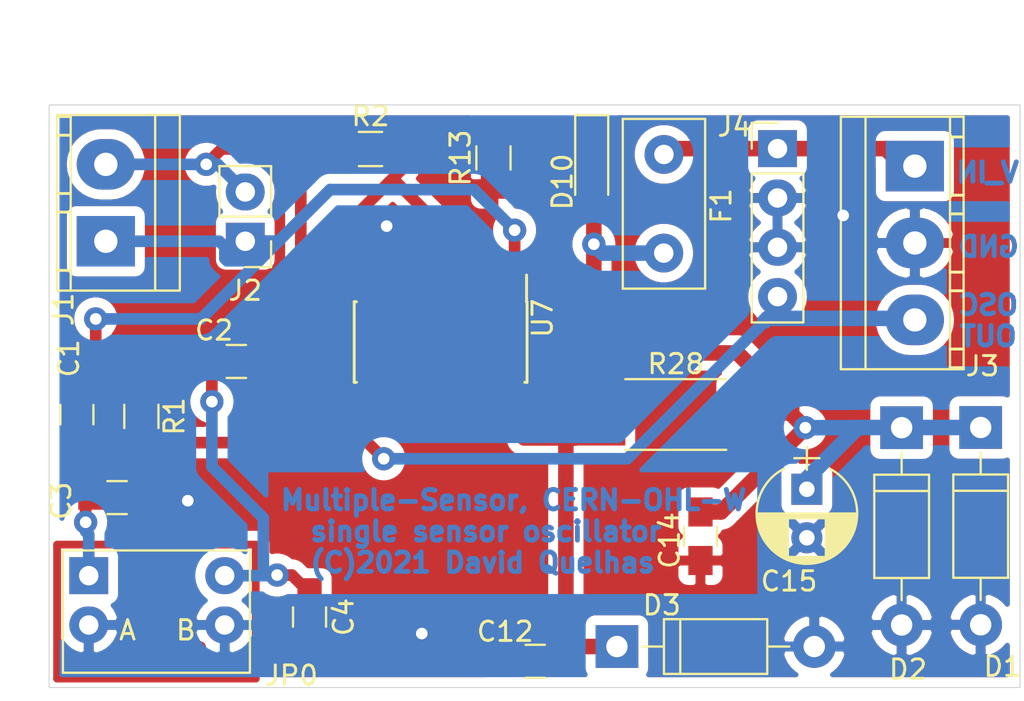
<source format=kicad_pcb>
(kicad_pcb (version 20171130) (host pcbnew "(5.1.9)-1")

  (general
    (thickness 1.6)
    (drawings 8)
    (tracks 136)
    (zones 0)
    (modules 22)
    (nets 14)
  )

  (page A4)
  (layers
    (0 F.Cu signal)
    (31 B.Cu signal)
    (32 B.Adhes user)
    (33 F.Adhes user)
    (34 B.Paste user)
    (35 F.Paste user)
    (36 B.SilkS user)
    (37 F.SilkS user)
    (38 B.Mask user)
    (39 F.Mask user)
    (40 Dwgs.User user)
    (41 Cmts.User user)
    (42 Eco1.User user)
    (43 Eco2.User user)
    (44 Edge.Cuts user)
    (45 Margin user)
    (46 B.CrtYd user)
    (47 F.CrtYd user)
    (48 B.Fab user)
    (49 F.Fab user)
  )

  (setup
    (last_trace_width 0.4)
    (trace_clearance 0.3)
    (zone_clearance 0.508)
    (zone_45_only no)
    (trace_min 0.2)
    (via_size 1.2)
    (via_drill 0.6)
    (via_min_size 0.4)
    (via_min_drill 0.3)
    (uvia_size 0.8)
    (uvia_drill 0.4)
    (uvias_allowed no)
    (uvia_min_size 0.2)
    (uvia_min_drill 0.1)
    (edge_width 0.05)
    (segment_width 0.2)
    (pcb_text_width 0.3)
    (pcb_text_size 1.5 1.5)
    (mod_edge_width 0.12)
    (mod_text_size 1 1)
    (mod_text_width 0.15)
    (pad_size 1.524 1.524)
    (pad_drill 0.762)
    (pad_to_mask_clearance 0)
    (aux_axis_origin 0 0)
    (visible_elements 7FFFFFFF)
    (pcbplotparams
      (layerselection 0x010fc_ffffffff)
      (usegerberextensions false)
      (usegerberattributes true)
      (usegerberadvancedattributes true)
      (creategerberjobfile true)
      (excludeedgelayer true)
      (linewidth 0.100000)
      (plotframeref false)
      (viasonmask false)
      (mode 1)
      (useauxorigin false)
      (hpglpennumber 1)
      (hpglpenspeed 20)
      (hpglpendiameter 15.000000)
      (psnegative false)
      (psa4output false)
      (plotreference true)
      (plotvalue true)
      (plotinvisibletext false)
      (padsonsilk false)
      (subtractmaskfromsilk false)
      (outputformat 4)
      (mirror false)
      (drillshape 0)
      (scaleselection 1)
      (outputdirectory "pdf/"))
  )

  (net 0 "")
  (net 1 S0_IN1)
  (net 2 "Net-(C1-Pad2)")
  (net 3 S0_IN2)
  (net 4 "Net-(C2-Pad2)")
  (net 5 GND)
  (net 6 VDDS)
  (net 7 +5V)
  (net 8 "Net-(D10-Pad1)")
  (net 9 "Net-(F1-Pad1)")
  (net 10 OSC0_OUT)
  (net 11 "Net-(R1-Pad2)")
  (net 12 "Net-(U7-Pad6)")
  (net 13 "Net-(U7-Pad4)")

  (net_class Default "This is the default net class."
    (clearance 0.3)
    (trace_width 0.4)
    (via_dia 1.2)
    (via_drill 0.6)
    (uvia_dia 0.8)
    (uvia_drill 0.4)
    (add_net +5V)
    (add_net GND)
    (add_net "Net-(C1-Pad2)")
    (add_net "Net-(C2-Pad2)")
    (add_net "Net-(D10-Pad1)")
    (add_net "Net-(F1-Pad1)")
    (add_net "Net-(R1-Pad2)")
    (add_net "Net-(U7-Pad4)")
    (add_net "Net-(U7-Pad6)")
    (add_net OSC0_OUT)
    (add_net S0_IN1)
    (add_net S0_IN2)
    (add_net VDDS)
  )

  (module MultipleSensor_PCB:SOIC-14_3.9x8.7mm_Pitch1.27mm_HandSoldering (layer F.Cu) (tedit 6008589A) (tstamp 60FDC0A4)
    (at 120.16 92.21 270)
    (path /5FF7C116)
    (fp_text reference U7 (at -1.23 -5.25 90) (layer F.SilkS)
      (effects (font (size 1 1) (thickness 0.15)))
    )
    (fp_text value 74HC14 (at 0 5.38 90) (layer F.Fab)
      (effects (font (size 1 1) (thickness 0.15)))
    )
    (fp_line (start -2.075 -4.425) (end -3.45 -4.425) (layer F.SilkS) (width 0.15))
    (fp_line (start -2.075 4.45) (end 2.075 4.45) (layer F.SilkS) (width 0.15))
    (fp_line (start -2.075 -4.45) (end 2.075 -4.45) (layer F.SilkS) (width 0.15))
    (fp_line (start -2.075 4.45) (end -2.075 4.335) (layer F.SilkS) (width 0.15))
    (fp_line (start 2.075 4.45) (end 2.075 4.335) (layer F.SilkS) (width 0.15))
    (fp_line (start 2.075 -4.45) (end 2.075 -4.335) (layer F.SilkS) (width 0.15))
    (fp_line (start -2.075 -4.45) (end -2.075 -4.425) (layer F.SilkS) (width 0.15))
    (fp_line (start -4.7 4.65) (end 4.7 4.65) (layer F.CrtYd) (width 0.05))
    (fp_line (start -4.7 -4.65) (end 4.7 -4.65) (layer F.CrtYd) (width 0.05))
    (fp_line (start 4.7 -4.65) (end 4.7 4.65) (layer F.CrtYd) (width 0.05))
    (fp_line (start -4.7 -4.65) (end -4.7 4.65) (layer F.CrtYd) (width 0.05))
    (fp_line (start -1.95 -3.35) (end -0.95 -4.35) (layer F.Fab) (width 0.15))
    (fp_line (start 1.95 -4.35) (end 1.95 4.35) (layer F.Fab) (width 0.15))
    (fp_line (start -1.95 4.35) (end -1.95 -3.35) (layer F.Fab) (width 0.15))
    (fp_line (start 1.95 4.35) (end -1.95 4.35) (layer F.Fab) (width 0.15))
    (fp_line (start -0.95 -4.35) (end 1.95 -4.35) (layer F.Fab) (width 0.15))
    (fp_text user %R (at 0 0 90) (layer F.Fab)
      (effects (font (size 0.9 0.9) (thickness 0.135)))
    )
    (pad 14 smd rect (at 3.2 -3.81 270) (size 2.5 0.6) (layers F.Cu F.Paste F.Mask)
      (net 6 VDDS))
    (pad 13 smd rect (at 3.2 -2.54 270) (size 2.5 0.6) (layers F.Cu F.Paste F.Mask))
    (pad 12 smd rect (at 3.2 -1.27 270) (size 2.5 0.6) (layers F.Cu F.Paste F.Mask))
    (pad 11 smd rect (at 3.2 0 270) (size 2.5 0.6) (layers F.Cu F.Paste F.Mask))
    (pad 10 smd rect (at 3.2 1.27 270) (size 2.5 0.6) (layers F.Cu F.Paste F.Mask))
    (pad 9 smd rect (at 3.2 2.54 270) (size 2.5 0.6) (layers F.Cu F.Paste F.Mask)
      (net 12 "Net-(U7-Pad6)"))
    (pad 1 smd rect (at -3.2 -3.81 270) (size 2.5 0.6) (layers F.Cu F.Paste F.Mask)
      (net 1 S0_IN1))
    (pad 2 smd rect (at -3.2 -2.54 270) (size 2.5 0.6) (layers F.Cu F.Paste F.Mask)
      (net 11 "Net-(R1-Pad2)"))
    (pad 8 smd rect (at 3.2 3.81 270) (size 2.5 0.6) (layers F.Cu F.Paste F.Mask)
      (net 10 OSC0_OUT))
    (pad 6 smd rect (at -3.2 2.54 270) (size 2.5 0.6) (layers F.Cu F.Paste F.Mask)
      (net 12 "Net-(U7-Pad6)"))
    (pad 3 smd rect (at -3.2 -1.27 270) (size 2.5 0.6) (layers F.Cu F.Paste F.Mask)
      (net 11 "Net-(R1-Pad2)"))
    (pad 5 smd rect (at -3.2 1.27 270) (size 2.5 0.6) (layers F.Cu F.Paste F.Mask)
      (net 13 "Net-(U7-Pad4)"))
    (pad 4 smd rect (at -3.2 0 270) (size 2.5 0.6) (layers F.Cu F.Paste F.Mask)
      (net 13 "Net-(U7-Pad4)"))
    (pad 7 smd rect (at -3.2 3.81 270) (size 2.5 0.6) (layers F.Cu F.Paste F.Mask)
      (net 5 GND))
  )

  (module Resistors_SMD:R_2512_HandSoldering (layer F.Cu) (tedit 58E0A804) (tstamp 60FDC081)
    (at 132.27 95.94)
    (descr "Resistor SMD 2512, hand soldering")
    (tags "resistor 2512")
    (path /5FFF718E)
    (attr smd)
    (fp_text reference R28 (at 0 -2.6) (layer F.SilkS)
      (effects (font (size 1 1) (thickness 0.15)))
    )
    (fp_text value "22, SMD2512" (at 0 2.75) (layer F.Fab)
      (effects (font (size 1 1) (thickness 0.15)))
    )
    (fp_line (start -3.15 1.6) (end -3.15 -1.6) (layer F.Fab) (width 0.1))
    (fp_line (start 3.15 1.6) (end -3.15 1.6) (layer F.Fab) (width 0.1))
    (fp_line (start 3.15 -1.6) (end 3.15 1.6) (layer F.Fab) (width 0.1))
    (fp_line (start -3.15 -1.6) (end 3.15 -1.6) (layer F.Fab) (width 0.1))
    (fp_line (start 2.6 1.82) (end -2.6 1.82) (layer F.SilkS) (width 0.12))
    (fp_line (start -2.6 -1.82) (end 2.6 -1.82) (layer F.SilkS) (width 0.12))
    (fp_line (start -5.56 -1.85) (end 5.55 -1.85) (layer F.CrtYd) (width 0.05))
    (fp_line (start -5.56 -1.85) (end -5.56 1.85) (layer F.CrtYd) (width 0.05))
    (fp_line (start 5.55 1.85) (end 5.55 -1.85) (layer F.CrtYd) (width 0.05))
    (fp_line (start 5.55 1.85) (end -5.56 1.85) (layer F.CrtYd) (width 0.05))
    (fp_text user %R (at 0 0) (layer F.Fab)
      (effects (font (size 1 1) (thickness 0.15)))
    )
    (pad 1 smd rect (at -3.95 0) (size 2.7 3.2) (layers F.Cu F.Paste F.Mask)
      (net 6 VDDS))
    (pad 2 smd rect (at 3.95 0) (size 2.7 3.2) (layers F.Cu F.Paste F.Mask)
      (net 7 +5V))
    (model ${KISYS3DMOD}/Resistors_SMD.3dshapes/R_2512.wrl
      (at (xyz 0 0 0))
      (scale (xyz 1 1 1))
      (rotate (xyz 0 0 0))
    )
  )

  (module Resistors_SMD:R_0805_HandSoldering (layer F.Cu) (tedit 58E0A804) (tstamp 60FDC07E)
    (at 122.88 82.73 90)
    (descr "Resistor SMD 0805, hand soldering")
    (tags "resistor 0805")
    (path /5FFC73B1)
    (attr smd)
    (fp_text reference R13 (at 0 -1.7 90) (layer F.SilkS)
      (effects (font (size 1 1) (thickness 0.15)))
    )
    (fp_text value "220, SMD0805" (at 0 1.75 90) (layer F.Fab)
      (effects (font (size 1 1) (thickness 0.15)))
    )
    (fp_line (start -1 0.62) (end -1 -0.62) (layer F.Fab) (width 0.1))
    (fp_line (start 1 0.62) (end -1 0.62) (layer F.Fab) (width 0.1))
    (fp_line (start 1 -0.62) (end 1 0.62) (layer F.Fab) (width 0.1))
    (fp_line (start -1 -0.62) (end 1 -0.62) (layer F.Fab) (width 0.1))
    (fp_line (start 0.6 0.88) (end -0.6 0.88) (layer F.SilkS) (width 0.12))
    (fp_line (start -0.6 -0.88) (end 0.6 -0.88) (layer F.SilkS) (width 0.12))
    (fp_line (start -2.35 -0.9) (end 2.35 -0.9) (layer F.CrtYd) (width 0.05))
    (fp_line (start -2.35 -0.9) (end -2.35 0.9) (layer F.CrtYd) (width 0.05))
    (fp_line (start 2.35 0.9) (end 2.35 -0.9) (layer F.CrtYd) (width 0.05))
    (fp_line (start 2.35 0.9) (end -2.35 0.9) (layer F.CrtYd) (width 0.05))
    (fp_text user %R (at 0 0 90) (layer F.Fab)
      (effects (font (size 0.5 0.5) (thickness 0.075)))
    )
    (pad 1 smd rect (at -1.35 0 90) (size 1.5 1.3) (layers F.Cu F.Paste F.Mask)
      (net 5 GND))
    (pad 2 smd rect (at 1.35 0 90) (size 1.5 1.3) (layers F.Cu F.Paste F.Mask)
      (net 8 "Net-(D10-Pad1)"))
    (model ${KISYS3DMOD}/Resistors_SMD.3dshapes/R_0805.wrl
      (at (xyz 0 0 0))
      (scale (xyz 1 1 1))
      (rotate (xyz 0 0 0))
    )
  )

  (module Resistors_SMD:R_0805_HandSoldering (layer F.Cu) (tedit 58E0A804) (tstamp 60FDC07B)
    (at 116.55 82.27)
    (descr "Resistor SMD 0805, hand soldering")
    (tags "resistor 0805")
    (path /5FFEC63F)
    (attr smd)
    (fp_text reference R2 (at 0 -1.7) (layer F.SilkS)
      (effects (font (size 1 1) (thickness 0.15)))
    )
    (fp_text value "500, SMD0805" (at 0 1.75) (layer F.Fab)
      (effects (font (size 1 1) (thickness 0.15)))
    )
    (fp_line (start -1 0.62) (end -1 -0.62) (layer F.Fab) (width 0.1))
    (fp_line (start 1 0.62) (end -1 0.62) (layer F.Fab) (width 0.1))
    (fp_line (start 1 -0.62) (end 1 0.62) (layer F.Fab) (width 0.1))
    (fp_line (start -1 -0.62) (end 1 -0.62) (layer F.Fab) (width 0.1))
    (fp_line (start 0.6 0.88) (end -0.6 0.88) (layer F.SilkS) (width 0.12))
    (fp_line (start -0.6 -0.88) (end 0.6 -0.88) (layer F.SilkS) (width 0.12))
    (fp_line (start -2.35 -0.9) (end 2.35 -0.9) (layer F.CrtYd) (width 0.05))
    (fp_line (start -2.35 -0.9) (end -2.35 0.9) (layer F.CrtYd) (width 0.05))
    (fp_line (start 2.35 0.9) (end 2.35 -0.9) (layer F.CrtYd) (width 0.05))
    (fp_line (start 2.35 0.9) (end -2.35 0.9) (layer F.CrtYd) (width 0.05))
    (fp_text user %R (at 0 0) (layer F.Fab)
      (effects (font (size 0.5 0.5) (thickness 0.075)))
    )
    (pad 1 smd rect (at -1.35 0) (size 1.5 1.3) (layers F.Cu F.Paste F.Mask)
      (net 3 S0_IN2))
    (pad 2 smd rect (at 1.35 0) (size 1.5 1.3) (layers F.Cu F.Paste F.Mask)
      (net 11 "Net-(R1-Pad2)"))
    (model ${KISYS3DMOD}/Resistors_SMD.3dshapes/R_0805.wrl
      (at (xyz 0 0 0))
      (scale (xyz 1 1 1))
      (rotate (xyz 0 0 0))
    )
  )

  (module Resistors_SMD:R_0805_HandSoldering (layer F.Cu) (tedit 58E0A804) (tstamp 60FEA24F)
    (at 104.75 96.04 270)
    (descr "Resistor SMD 0805, hand soldering")
    (tags "resistor 0805")
    (path /5FFE7482)
    (attr smd)
    (fp_text reference R1 (at 0 -1.7 90) (layer F.SilkS)
      (effects (font (size 1 1) (thickness 0.15)))
    )
    (fp_text value "2M, SMD0805" (at 0 1.75 90) (layer F.Fab)
      (effects (font (size 1 1) (thickness 0.15)))
    )
    (fp_line (start -1 0.62) (end -1 -0.62) (layer F.Fab) (width 0.1))
    (fp_line (start 1 0.62) (end -1 0.62) (layer F.Fab) (width 0.1))
    (fp_line (start 1 -0.62) (end 1 0.62) (layer F.Fab) (width 0.1))
    (fp_line (start -1 -0.62) (end 1 -0.62) (layer F.Fab) (width 0.1))
    (fp_line (start 0.6 0.88) (end -0.6 0.88) (layer F.SilkS) (width 0.12))
    (fp_line (start -0.6 -0.88) (end 0.6 -0.88) (layer F.SilkS) (width 0.12))
    (fp_line (start -2.35 -0.9) (end 2.35 -0.9) (layer F.CrtYd) (width 0.05))
    (fp_line (start -2.35 -0.9) (end -2.35 0.9) (layer F.CrtYd) (width 0.05))
    (fp_line (start 2.35 0.9) (end 2.35 -0.9) (layer F.CrtYd) (width 0.05))
    (fp_line (start 2.35 0.9) (end -2.35 0.9) (layer F.CrtYd) (width 0.05))
    (fp_text user %R (at 0 0 90) (layer F.Fab)
      (effects (font (size 0.5 0.5) (thickness 0.075)))
    )
    (pad 1 smd rect (at -1.35 0 270) (size 1.5 1.3) (layers F.Cu F.Paste F.Mask)
      (net 1 S0_IN1))
    (pad 2 smd rect (at 1.35 0 270) (size 1.5 1.3) (layers F.Cu F.Paste F.Mask)
      (net 11 "Net-(R1-Pad2)"))
    (model ${KISYS3DMOD}/Resistors_SMD.3dshapes/R_0805.wrl
      (at (xyz 0 0 0))
      (scale (xyz 1 1 1))
      (rotate (xyz 0 0 0))
    )
  )

  (module MultipleSensor_PCB:2_jumpers_related_2.54mm (layer F.Cu) (tedit 6005FEB4) (tstamp 60FDC075)
    (at 102.04 104.24)
    (path /600C4757)
    (fp_text reference JP0 (at 10.44 5.14) (layer F.SilkS)
      (effects (font (size 1 1) (thickness 0.15)))
    )
    (fp_text value 2_jumpers_related (at 5.45 4.4) (layer F.Fab)
      (effects (font (size 1 1) (thickness 0.15)))
    )
    (fp_line (start 9 -2) (end -2 -2) (layer F.CrtYd) (width 0.05))
    (fp_line (start 9 5.7) (end 9 -2) (layer F.CrtYd) (width 0.05))
    (fp_line (start -2 5.7) (end 9 5.7) (layer F.CrtYd) (width 0.05))
    (fp_line (start -2 -2) (end -2 5.7) (layer F.CrtYd) (width 0.05))
    (fp_line (start -1.33 -1.3) (end 8.3 -1.3) (layer F.SilkS) (width 0.12))
    (fp_line (start 8.3 -1.3) (end 8.3 5) (layer F.SilkS) (width 0.12))
    (fp_line (start -1.33 -1.3) (end -1.33 5) (layer F.SilkS) (width 0.12))
    (fp_line (start -1.33 5) (end 8.3 5) (layer F.SilkS) (width 0.12))
    (fp_line (start -1.63 -1.6) (end 8.6 -1.6) (layer F.Cu) (width 0.4))
    (fp_line (start 8.6 -1.53) (end 8.6 5.3) (layer F.Cu) (width 0.4))
    (fp_line (start -1.63 5.3) (end 8.6 5.3) (layer F.Cu) (width 0.4))
    (fp_line (start -1.63 -1.57) (end -1.63 5.3) (layer F.Cu) (width 0.4))
    (fp_text user JP0 (at 3.81 0) (layer F.Cu)
      (effects (font (size 1 1) (thickness 0.15)))
    )
    (fp_text user A (at 2 2.81) (layer F.SilkS)
      (effects (font (size 1 1) (thickness 0.15)))
    )
    (fp_text user B (at 5 2.81) (layer F.SilkS)
      (effects (font (size 1 1) (thickness 0.15)))
    )
    (fp_text user A (at 1.3 4) (layer F.Cu)
      (effects (font (size 1 1) (thickness 0.15)))
    )
    (fp_text user B (at 5.7 4) (layer F.Cu)
      (effects (font (size 1 1) (thickness 0.15)))
    )
    (pad 1 thru_hole rect (at 0 0) (size 2 1.9) (drill 1) (layers *.Cu *.Mask)
      (net 2 "Net-(C1-Pad2)"))
    (pad 2 thru_hole oval (at 0 2.54) (size 2 1.9) (drill 1) (layers *.Cu *.Mask)
      (net 5 GND))
    (pad 3 thru_hole oval (at 7 0) (size 2 1.9) (drill 1) (layers *.Cu *.Mask)
      (net 4 "Net-(C2-Pad2)"))
    (pad 4 thru_hole oval (at 7 2.54) (size 2 1.9) (drill 1) (layers *.Cu *.Mask)
      (net 5 GND))
  )

  (module MultipleSensor_PCB:PinHeader_1x04_P2.54mm_Vertical_HandSoldering (layer F.Cu) (tedit 60FCA569) (tstamp 60FDC05C)
    (at 137.51 82.25)
    (path /60FCE019)
    (fp_text reference J4 (at -2.23 -1.14) (layer F.SilkS)
      (effects (font (size 1 1) (thickness 0.15)))
    )
    (fp_text value Conn_01x04 (at 0 10.16) (layer F.Fab)
      (effects (font (size 1 1) (thickness 0.15)))
    )
    (fp_line (start -0.635 -1.27) (end 1.27 -1.27) (layer F.Fab) (width 0.1))
    (fp_line (start 1.27 -1.27) (end 1.27 8.89) (layer F.Fab) (width 0.1))
    (fp_line (start 1.27 8.89) (end -1.27 8.89) (layer F.Fab) (width 0.1))
    (fp_line (start -1.27 8.89) (end -1.27 -0.635) (layer F.Fab) (width 0.1))
    (fp_line (start -1.27 -0.635) (end -0.635 -1.27) (layer F.Fab) (width 0.1))
    (fp_line (start -1.33 8.95) (end 1.33 8.95) (layer F.SilkS) (width 0.12))
    (fp_line (start -1.33 1.27) (end -1.33 8.95) (layer F.SilkS) (width 0.12))
    (fp_line (start 1.33 1.27) (end 1.33 8.95) (layer F.SilkS) (width 0.12))
    (fp_line (start -1.33 1.27) (end 1.33 1.27) (layer F.SilkS) (width 0.12))
    (fp_line (start -1.33 0) (end -1.33 -1.33) (layer F.SilkS) (width 0.12))
    (fp_line (start -1.33 -1.33) (end 0 -1.33) (layer F.SilkS) (width 0.12))
    (fp_line (start -1.8 -1.8) (end -1.8 9.41) (layer F.CrtYd) (width 0.05))
    (fp_line (start -1.8 9.41) (end 1.8 9.41) (layer F.CrtYd) (width 0.05))
    (fp_line (start 1.8 9.41) (end 1.8 -1.8) (layer F.CrtYd) (width 0.05))
    (fp_line (start 1.8 -1.8) (end -1.8 -1.8) (layer F.CrtYd) (width 0.05))
    (fp_text user %R (at 0 5.08 90) (layer F.Fab)
      (effects (font (size 1 1) (thickness 0.15)))
    )
    (pad 2 thru_hole oval (at 0 2.54) (size 2 1.9) (drill 1) (layers *.Cu *.Mask)
      (net 5 GND))
    (pad 4 thru_hole oval (at 0 7.62) (size 2 1.9) (drill 1) (layers *.Cu *.Mask)
      (net 10 OSC0_OUT))
    (pad 3 thru_hole oval (at 0 5.08) (size 2 1.9) (drill 1) (layers *.Cu *.Mask)
      (net 5 GND))
    (pad 1 thru_hole rect (at 0 0) (size 2 1.9) (drill 1) (layers *.Cu *.Mask)
      (net 9 "Net-(F1-Pad1)"))
  )

  (module MultipleSensor_PCB:TerminalBlock_Screw_1x3_3.96mm (layer F.Cu) (tedit 60FDB099) (tstamp 60FDC044)
    (at 144.58 83.15 270)
    (path /60FB33FF)
    (fp_text reference J3 (at 10.3 -3.48) (layer F.SilkS)
      (effects (font (size 1 1) (thickness 0.15)))
    )
    (fp_text value Screw_Terminal_01x03 (at 0 5.08 90) (layer F.Fab)
      (effects (font (size 1 1) (thickness 0.15)))
    )
    (fp_line (start -2.54 -1.81) (end 10.46 -1.81) (layer F.SilkS) (width 0.12))
    (fp_line (start 10.67 4) (end -2.75 4) (layer F.CrtYd) (width 0.05))
    (fp_line (start 10.67 4) (end 10.67 -2.7) (layer F.CrtYd) (width 0.05))
    (fp_line (start -2.75 -2.7) (end -2.75 4) (layer F.CrtYd) (width 0.05))
    (fp_line (start -2.75 -2.7) (end 10.67 -2.7) (layer F.CrtYd) (width 0.05))
    (fp_line (start -2.54 3.81) (end 10.46 3.81) (layer F.SilkS) (width 0.12))
    (fp_line (start -2.54 -2.51) (end 10.46 -2.51) (layer F.SilkS) (width 0.12))
    (fp_line (start -2.54 2.54) (end 10.46 2.54) (layer F.SilkS) (width 0.12))
    (fp_line (start 10.46 3.81) (end 10.46 -2.51) (layer F.SilkS) (width 0.12))
    (fp_line (start -2.54 -2.51) (end -2.54 3.81) (layer F.SilkS) (width 0.12))
    (fp_line (start 10.42 -2.45) (end -2.5 -2.45) (layer F.Fab) (width 0.1))
    (fp_line (start 10.42 3.75) (end 10.42 -2.45) (layer F.Fab) (width 0.1))
    (fp_line (start -2.5 3.75) (end 10.42 3.75) (layer F.Fab) (width 0.1))
    (fp_line (start -2.5 -2.45) (end -2.5 3.75) (layer F.Fab) (width 0.1))
    (fp_line (start -2.5 2.55) (end 10.42 2.55) (layer F.Fab) (width 0.1))
    (fp_line (start -1.5 -2.5) (end -1.5 -1.82) (layer F.SilkS) (width 0.15))
    (fp_line (start 1.5 -2.5) (end 1.5 -1.82) (layer F.SilkS) (width 0.15))
    (fp_line (start 2.46 -2.5) (end 2.46 -1.82) (layer F.SilkS) (width 0.15))
    (fp_line (start 5.46 -2.5) (end 5.46 -1.82) (layer F.SilkS) (width 0.15))
    (fp_line (start 6.42 -2.5) (end 6.42 -1.82) (layer F.SilkS) (width 0.15))
    (fp_line (start 9.42 -2.5) (end 9.42 -1.82) (layer F.SilkS) (width 0.15))
    (fp_line (start 10.38 -2.5) (end 10.38 -1.82) (layer F.SilkS) (width 0.15))
    (fp_text user %R (at 1.27 2.54 90) (layer F.Fab)
      (effects (font (size 1 1) (thickness 0.15)))
    )
    (pad 1 thru_hole rect (at 0 0 270) (size 2.6 3) (drill 1.2) (layers *.Cu *.Mask)
      (net 9 "Net-(F1-Pad1)"))
    (pad 2 thru_hole oval (at 3.96 0 270) (size 2.6 3) (drill 1.2) (layers *.Cu *.Mask)
      (net 5 GND))
    (pad 3 thru_hole oval (at 7.92 0 270) (size 2.6 3) (drill 1.2) (layers *.Cu *.Mask)
      (net 10 OSC0_OUT))
  )

  (module MultipleSensor_PCB:PinHeader_1x02_P2.54mm_Vertical_HandSoldering (layer F.Cu) (tedit 60FB1E85) (tstamp 60FDC026)
    (at 110.1 87.02 180)
    (path /60FB43A1)
    (fp_text reference J2 (at 0 -2.54) (layer F.SilkS)
      (effects (font (size 1 1) (thickness 0.15)))
    )
    (fp_text value Conn_01x02 (at 0 6.35) (layer F.Fab)
      (effects (font (size 1 1) (thickness 0.15)))
    )
    (fp_line (start 1.8 -1.8) (end -1.8 -1.8) (layer F.CrtYd) (width 0.05))
    (fp_line (start 1.8 4.33) (end 1.8 -1.8) (layer F.CrtYd) (width 0.05))
    (fp_line (start -1.8 4.33) (end 1.8 4.33) (layer F.CrtYd) (width 0.05))
    (fp_line (start -1.8 -1.8) (end -1.8 4.33) (layer F.CrtYd) (width 0.05))
    (fp_line (start -1.33 -1.33) (end 0 -1.33) (layer F.SilkS) (width 0.12))
    (fp_line (start -1.33 0) (end -1.33 -1.33) (layer F.SilkS) (width 0.12))
    (fp_line (start -1.33 1.27) (end 1.33 1.27) (layer F.SilkS) (width 0.12))
    (fp_line (start 1.33 1.27) (end 1.33 3.87) (layer F.SilkS) (width 0.12))
    (fp_line (start -1.33 1.27) (end -1.33 3.87) (layer F.SilkS) (width 0.12))
    (fp_line (start -1.33 3.87) (end 1.33 3.87) (layer F.SilkS) (width 0.12))
    (fp_line (start -1.27 -0.635) (end -0.635 -1.27) (layer F.Fab) (width 0.1))
    (fp_line (start -1.27 3.81) (end -1.27 -0.635) (layer F.Fab) (width 0.1))
    (fp_line (start 1.27 3.81) (end -1.27 3.81) (layer F.Fab) (width 0.1))
    (fp_line (start 1.27 -1.27) (end 1.27 3.81) (layer F.Fab) (width 0.1))
    (fp_line (start -0.635 -1.27) (end 1.27 -1.27) (layer F.Fab) (width 0.1))
    (fp_text user %R (at 0 5.08 90) (layer F.Fab)
      (effects (font (size 1 1) (thickness 0.15)))
    )
    (pad 1 thru_hole rect (at 0 0 180) (size 2 1.9) (drill 1) (layers *.Cu *.Mask)
      (net 1 S0_IN1))
    (pad 2 thru_hole oval (at 0 2.54 180) (size 2 1.9) (drill 1) (layers *.Cu *.Mask)
      (net 3 S0_IN2))
  )

  (module MultipleSensor_PCB:TerminalBlock_Screw_1x2_3.96mm (layer F.Cu) (tedit 60FDAF6F) (tstamp 60FDF575)
    (at 102.92 87.02 90)
    (path /60FB2463)
    (fp_text reference J1 (at -3.51 -2.19 90) (layer F.SilkS)
      (effects (font (size 1 1) (thickness 0.15)))
    )
    (fp_text value Screw_Terminal_01x02 (at 1.27 5.08 90) (layer F.Fab)
      (effects (font (size 1 1) (thickness 0.15)))
    )
    (fp_line (start 6.42 -2.5) (end 6.42 -1.82) (layer F.SilkS) (width 0.15))
    (fp_line (start 5.46 -2.5) (end 5.46 -1.82) (layer F.SilkS) (width 0.15))
    (fp_line (start 2.46 -2.5) (end 2.46 -1.82) (layer F.SilkS) (width 0.15))
    (fp_line (start 1.5 -2.5) (end 1.5 -1.82) (layer F.SilkS) (width 0.15))
    (fp_line (start -1.5 -2.5) (end -1.5 -1.82) (layer F.SilkS) (width 0.15))
    (fp_line (start -2.5 2.55) (end 6.46 2.55) (layer F.Fab) (width 0.1))
    (fp_line (start -2.5 -2.45) (end -2.5 3.75) (layer F.Fab) (width 0.1))
    (fp_line (start -2.5 3.75) (end 6.46 3.75) (layer F.Fab) (width 0.1))
    (fp_line (start 6.46 3.75) (end 6.46 -2.45) (layer F.Fab) (width 0.1))
    (fp_line (start 6.46 -2.45) (end -2.5 -2.45) (layer F.Fab) (width 0.1))
    (fp_line (start -2.54 -2.51) (end -2.54 3.81) (layer F.SilkS) (width 0.12))
    (fp_line (start 6.5 3.81) (end 6.5 -2.51) (layer F.SilkS) (width 0.12))
    (fp_line (start -2.54 2.54) (end 6.5 2.54) (layer F.SilkS) (width 0.12))
    (fp_line (start -2.54 -2.51) (end 6.5 -2.51) (layer F.SilkS) (width 0.12))
    (fp_line (start -2.54 3.81) (end 6.5 3.81) (layer F.SilkS) (width 0.12))
    (fp_line (start -2.75 -2.7) (end 6.71 -2.7) (layer F.CrtYd) (width 0.05))
    (fp_line (start -2.75 -2.7) (end -2.75 4) (layer F.CrtYd) (width 0.05))
    (fp_line (start 6.71 4) (end 6.71 -2.7) (layer F.CrtYd) (width 0.05))
    (fp_line (start 6.71 4) (end -2.75 4) (layer F.CrtYd) (width 0.05))
    (fp_line (start -2.54 -1.81) (end 6.5 -1.81) (layer F.SilkS) (width 0.12))
    (fp_text user %R (at 1.27 2.54 90) (layer F.Fab)
      (effects (font (size 1 1) (thickness 0.15)))
    )
    (pad 1 thru_hole rect (at 0 0 90) (size 2.6 3) (drill 1.2) (layers *.Cu *.Mask)
      (net 1 S0_IN1))
    (pad 2 thru_hole oval (at 3.96 0 90) (size 2.6 3) (drill 1.2) (layers *.Cu *.Mask)
      (net 3 S0_IN2))
  )

  (module Fuse_Holders_and_Fuses:Fuse_TE5_Littlefuse-395Series (layer F.Cu) (tedit 5880C2E0) (tstamp 60FEEE29)
    (at 131.66 82.55 270)
    (descr "Fuse, TE5, Littlefuse/Wickmann, No. 460, No560,")
    (tags "Fuse TE5 Littlefuse/Wickmann No. 460 No560 ")
    (path /5FFB7E68)
    (fp_text reference F1 (at 2.65 -2.95 90) (layer F.SilkS)
      (effects (font (size 1 1) (thickness 0.15)))
    )
    (fp_text value "Polyfuse 100m A, 60V" (at 2.35 3.1 90) (layer F.Fab)
      (effects (font (size 1 1) (thickness 0.15)))
    )
    (fp_line (start -1.71 2) (end 6.79 2) (layer F.Fab) (width 0.1))
    (fp_line (start 6.79 2) (end 6.79 -2) (layer F.Fab) (width 0.1))
    (fp_line (start 6.79 -2) (end -1.71 -2) (layer F.Fab) (width 0.1))
    (fp_line (start -1.71 -2) (end -1.71 2) (layer F.Fab) (width 0.1))
    (fp_line (start -1.96 -2.25) (end 7.04 -2.25) (layer F.CrtYd) (width 0.05))
    (fp_line (start -1.96 -2.25) (end -1.96 2.25) (layer F.CrtYd) (width 0.05))
    (fp_line (start 7.04 2.25) (end 7.04 -2.25) (layer F.CrtYd) (width 0.05))
    (fp_line (start 7.04 2.25) (end -1.96 2.25) (layer F.CrtYd) (width 0.05))
    (fp_line (start -1.83 -2.12) (end 6.91 -2.12) (layer F.SilkS) (width 0.12))
    (fp_line (start -1.83 -2.12) (end -1.83 2.12) (layer F.SilkS) (width 0.12))
    (fp_line (start 6.91 2.12) (end 6.91 -2.12) (layer F.SilkS) (width 0.12))
    (fp_line (start 6.91 2.12) (end -1.83 2.12) (layer F.SilkS) (width 0.12))
    (pad 1 thru_hole circle (at 0 0 270) (size 2 2) (drill 1) (layers *.Cu *.Mask)
      (net 9 "Net-(F1-Pad1)"))
    (pad 2 thru_hole circle (at 5.08 0.01 270) (size 2 2) (drill 1) (layers *.Cu *.Mask)
      (net 7 +5V))
  )

  (module LEDs:LED_1206 (layer F.Cu) (tedit 57FE943C) (tstamp 60FDBFF2)
    (at 127.94 83.03 270)
    (descr "LED 1206 smd package")
    (tags "LED led 1206 SMD smd SMT smt smdled SMDLED smtled SMTLED")
    (path /5FFBED7C)
    (attr smd)
    (fp_text reference D10 (at 0.93 1.51 90) (layer F.SilkS)
      (effects (font (size 1 1) (thickness 0.15)))
    )
    (fp_text value LED_SMD_1206 (at 0 1.7 90) (layer F.Fab)
      (effects (font (size 1 1) (thickness 0.15)))
    )
    (fp_line (start -2.5 -0.85) (end -2.5 0.85) (layer F.SilkS) (width 0.12))
    (fp_line (start -0.45 -0.4) (end -0.45 0.4) (layer F.Fab) (width 0.1))
    (fp_line (start -0.4 0) (end 0.2 -0.4) (layer F.Fab) (width 0.1))
    (fp_line (start 0.2 0.4) (end -0.4 0) (layer F.Fab) (width 0.1))
    (fp_line (start 0.2 -0.4) (end 0.2 0.4) (layer F.Fab) (width 0.1))
    (fp_line (start 1.6 0.8) (end -1.6 0.8) (layer F.Fab) (width 0.1))
    (fp_line (start 1.6 -0.8) (end 1.6 0.8) (layer F.Fab) (width 0.1))
    (fp_line (start -1.6 -0.8) (end 1.6 -0.8) (layer F.Fab) (width 0.1))
    (fp_line (start -1.6 0.8) (end -1.6 -0.8) (layer F.Fab) (width 0.1))
    (fp_line (start -2.45 0.85) (end 1.6 0.85) (layer F.SilkS) (width 0.12))
    (fp_line (start -2.45 -0.85) (end 1.6 -0.85) (layer F.SilkS) (width 0.12))
    (fp_line (start 2.65 -1) (end 2.65 1) (layer F.CrtYd) (width 0.05))
    (fp_line (start 2.65 1) (end -2.65 1) (layer F.CrtYd) (width 0.05))
    (fp_line (start -2.65 1) (end -2.65 -1) (layer F.CrtYd) (width 0.05))
    (fp_line (start -2.65 -1) (end 2.65 -1) (layer F.CrtYd) (width 0.05))
    (pad 2 smd rect (at 1.65 0 90) (size 1.5 1.5) (layers F.Cu F.Paste F.Mask)
      (net 7 +5V))
    (pad 1 smd rect (at -1.65 0 90) (size 1.5 1.5) (layers F.Cu F.Paste F.Mask)
      (net 8 "Net-(D10-Pad1)"))
    (model ${KISYS3DMOD}/LEDs.3dshapes/LED_1206.wrl
      (at (xyz 0 0 0))
      (scale (xyz 1 1 1))
      (rotate (xyz 0 0 180))
    )
  )

  (module Diodes_THT:D_DO-41_SOD81_P10.16mm_Horizontal (layer F.Cu) (tedit 5921392F) (tstamp 60FDBFEF)
    (at 129.24 107.89)
    (descr "D, DO-41_SOD81 series, Axial, Horizontal, pin pitch=10.16mm, , length*diameter=5.2*2.7mm^2, , http://www.diodes.com/_files/packages/DO-41%20(Plastic).pdf")
    (tags "D DO-41_SOD81 series Axial Horizontal pin pitch 10.16mm  length 5.2mm diameter 2.7mm")
    (path /60023DCC)
    (fp_text reference D3 (at 2.31 -2.13) (layer F.SilkS)
      (effects (font (size 1 1) (thickness 0.15)))
    )
    (fp_text value 1N4731 (at 6.4 1.56) (layer F.Fab)
      (effects (font (size 1 1) (thickness 0.15)))
    )
    (fp_line (start 2.48 -1.35) (end 2.48 1.35) (layer F.Fab) (width 0.1))
    (fp_line (start 2.48 1.35) (end 7.68 1.35) (layer F.Fab) (width 0.1))
    (fp_line (start 7.68 1.35) (end 7.68 -1.35) (layer F.Fab) (width 0.1))
    (fp_line (start 7.68 -1.35) (end 2.48 -1.35) (layer F.Fab) (width 0.1))
    (fp_line (start 0 0) (end 2.48 0) (layer F.Fab) (width 0.1))
    (fp_line (start 10.16 0) (end 7.68 0) (layer F.Fab) (width 0.1))
    (fp_line (start 3.26 -1.35) (end 3.26 1.35) (layer F.Fab) (width 0.1))
    (fp_line (start 2.42 -1.41) (end 2.42 1.41) (layer F.SilkS) (width 0.12))
    (fp_line (start 2.42 1.41) (end 7.74 1.41) (layer F.SilkS) (width 0.12))
    (fp_line (start 7.74 1.41) (end 7.74 -1.41) (layer F.SilkS) (width 0.12))
    (fp_line (start 7.74 -1.41) (end 2.42 -1.41) (layer F.SilkS) (width 0.12))
    (fp_line (start 1.28 0) (end 2.42 0) (layer F.SilkS) (width 0.12))
    (fp_line (start 8.88 0) (end 7.74 0) (layer F.SilkS) (width 0.12))
    (fp_line (start 3.26 -1.41) (end 3.26 1.41) (layer F.SilkS) (width 0.12))
    (fp_line (start -1.35 -1.7) (end -1.35 1.7) (layer F.CrtYd) (width 0.05))
    (fp_line (start -1.35 1.7) (end 11.55 1.7) (layer F.CrtYd) (width 0.05))
    (fp_line (start 11.55 1.7) (end 11.55 -1.7) (layer F.CrtYd) (width 0.05))
    (fp_line (start 11.55 -1.7) (end -1.35 -1.7) (layer F.CrtYd) (width 0.05))
    (fp_text user %R (at 5.08 0) (layer F.Fab)
      (effects (font (size 1 1) (thickness 0.15)))
    )
    (pad 1 thru_hole rect (at 0 0) (size 2.2 2.2) (drill 1.1) (layers *.Cu *.Mask)
      (net 6 VDDS))
    (pad 2 thru_hole oval (at 10.16 0) (size 2.2 2.2) (drill 1.1) (layers *.Cu *.Mask)
      (net 5 GND))
    (model ${KISYS3DMOD}/Diodes_THT.3dshapes/D_DO-41_SOD81_P10.16mm_Horizontal.wrl
      (at (xyz 0 0 0))
      (scale (xyz 0.393701 0.393701 0.393701))
      (rotate (xyz 0 0 0))
    )
  )

  (module Diodes_THT:D_DO-41_SOD81_P10.16mm_Horizontal (layer F.Cu) (tedit 5921392F) (tstamp 60FDBFEC)
    (at 143.9 96.62 270)
    (descr "D, DO-41_SOD81 series, Axial, Horizontal, pin pitch=10.16mm, , length*diameter=5.2*2.7mm^2, , http://www.diodes.com/_files/packages/DO-41%20(Plastic).pdf")
    (tags "D DO-41_SOD81 series Axial Horizontal pin pitch 10.16mm  length 5.2mm diameter 2.7mm")
    (path /6002F00F)
    (fp_text reference D2 (at 12.45 -0.33) (layer F.SilkS)
      (effects (font (size 1 1) (thickness 0.15)))
    )
    (fp_text value 1N5817 (at 5.08 2.41 90) (layer F.Fab)
      (effects (font (size 1 1) (thickness 0.15)))
    )
    (fp_line (start 2.48 -1.35) (end 2.48 1.35) (layer F.Fab) (width 0.1))
    (fp_line (start 2.48 1.35) (end 7.68 1.35) (layer F.Fab) (width 0.1))
    (fp_line (start 7.68 1.35) (end 7.68 -1.35) (layer F.Fab) (width 0.1))
    (fp_line (start 7.68 -1.35) (end 2.48 -1.35) (layer F.Fab) (width 0.1))
    (fp_line (start 0 0) (end 2.48 0) (layer F.Fab) (width 0.1))
    (fp_line (start 10.16 0) (end 7.68 0) (layer F.Fab) (width 0.1))
    (fp_line (start 3.26 -1.35) (end 3.26 1.35) (layer F.Fab) (width 0.1))
    (fp_line (start 2.42 -1.41) (end 2.42 1.41) (layer F.SilkS) (width 0.12))
    (fp_line (start 2.42 1.41) (end 7.74 1.41) (layer F.SilkS) (width 0.12))
    (fp_line (start 7.74 1.41) (end 7.74 -1.41) (layer F.SilkS) (width 0.12))
    (fp_line (start 7.74 -1.41) (end 2.42 -1.41) (layer F.SilkS) (width 0.12))
    (fp_line (start 1.28 0) (end 2.42 0) (layer F.SilkS) (width 0.12))
    (fp_line (start 8.88 0) (end 7.74 0) (layer F.SilkS) (width 0.12))
    (fp_line (start 3.26 -1.41) (end 3.26 1.41) (layer F.SilkS) (width 0.12))
    (fp_line (start -1.35 -1.7) (end -1.35 1.7) (layer F.CrtYd) (width 0.05))
    (fp_line (start -1.35 1.7) (end 11.55 1.7) (layer F.CrtYd) (width 0.05))
    (fp_line (start 11.55 1.7) (end 11.55 -1.7) (layer F.CrtYd) (width 0.05))
    (fp_line (start 11.55 -1.7) (end -1.35 -1.7) (layer F.CrtYd) (width 0.05))
    (fp_text user %R (at 5.08 0 90) (layer F.Fab)
      (effects (font (size 1 1) (thickness 0.15)))
    )
    (pad 1 thru_hole rect (at 0 0 270) (size 2.2 2.2) (drill 1.1) (layers *.Cu *.Mask)
      (net 7 +5V))
    (pad 2 thru_hole oval (at 10.16 0 270) (size 2.2 2.2) (drill 1.1) (layers *.Cu *.Mask)
      (net 5 GND))
    (model ${KISYS3DMOD}/Diodes_THT.3dshapes/D_DO-41_SOD81_P10.16mm_Horizontal.wrl
      (at (xyz 0 0 0))
      (scale (xyz 0.393701 0.393701 0.393701))
      (rotate (xyz 0 0 0))
    )
  )

  (module Diodes_THT:D_DO-41_SOD81_P10.16mm_Horizontal (layer F.Cu) (tedit 5921392F) (tstamp 60FDBFE9)
    (at 147.97 96.61 270)
    (descr "D, DO-41_SOD81 series, Axial, Horizontal, pin pitch=10.16mm, , length*diameter=5.2*2.7mm^2, , http://www.diodes.com/_files/packages/DO-41%20(Plastic).pdf")
    (tags "D DO-41_SOD81 series Axial Horizontal pin pitch 10.16mm  length 5.2mm diameter 2.7mm")
    (path /6002BC18)
    (fp_text reference D1 (at 12.31 -1.13) (layer F.SilkS)
      (effects (font (size 1 1) (thickness 0.15)))
    )
    (fp_text value 1N5817 (at 5.08 2.41 90) (layer F.Fab)
      (effects (font (size 1 1) (thickness 0.15)))
    )
    (fp_line (start 2.48 -1.35) (end 2.48 1.35) (layer F.Fab) (width 0.1))
    (fp_line (start 2.48 1.35) (end 7.68 1.35) (layer F.Fab) (width 0.1))
    (fp_line (start 7.68 1.35) (end 7.68 -1.35) (layer F.Fab) (width 0.1))
    (fp_line (start 7.68 -1.35) (end 2.48 -1.35) (layer F.Fab) (width 0.1))
    (fp_line (start 0 0) (end 2.48 0) (layer F.Fab) (width 0.1))
    (fp_line (start 10.16 0) (end 7.68 0) (layer F.Fab) (width 0.1))
    (fp_line (start 3.26 -1.35) (end 3.26 1.35) (layer F.Fab) (width 0.1))
    (fp_line (start 2.42 -1.41) (end 2.42 1.41) (layer F.SilkS) (width 0.12))
    (fp_line (start 2.42 1.41) (end 7.74 1.41) (layer F.SilkS) (width 0.12))
    (fp_line (start 7.74 1.41) (end 7.74 -1.41) (layer F.SilkS) (width 0.12))
    (fp_line (start 7.74 -1.41) (end 2.42 -1.41) (layer F.SilkS) (width 0.12))
    (fp_line (start 1.28 0) (end 2.42 0) (layer F.SilkS) (width 0.12))
    (fp_line (start 8.88 0) (end 7.74 0) (layer F.SilkS) (width 0.12))
    (fp_line (start 3.26 -1.41) (end 3.26 1.41) (layer F.SilkS) (width 0.12))
    (fp_line (start -1.35 -1.7) (end -1.35 1.7) (layer F.CrtYd) (width 0.05))
    (fp_line (start -1.35 1.7) (end 11.55 1.7) (layer F.CrtYd) (width 0.05))
    (fp_line (start 11.55 1.7) (end 11.55 -1.7) (layer F.CrtYd) (width 0.05))
    (fp_line (start 11.55 -1.7) (end -1.35 -1.7) (layer F.CrtYd) (width 0.05))
    (fp_text user %R (at 5.08 0 90) (layer F.Fab)
      (effects (font (size 1 1) (thickness 0.15)))
    )
    (pad 1 thru_hole rect (at 0 0 270) (size 2.2 2.2) (drill 1.1) (layers *.Cu *.Mask)
      (net 7 +5V))
    (pad 2 thru_hole oval (at 10.16 0 270) (size 2.2 2.2) (drill 1.1) (layers *.Cu *.Mask)
      (net 5 GND))
    (model ${KISYS3DMOD}/Diodes_THT.3dshapes/D_DO-41_SOD81_P10.16mm_Horizontal.wrl
      (at (xyz 0 0 0))
      (scale (xyz 0.393701 0.393701 0.393701))
      (rotate (xyz 0 0 0))
    )
  )

  (module Capacitors_THT:CP_Radial_D5.0mm_P2.50mm (layer F.Cu) (tedit 597BC7C2) (tstamp 60FDBFE6)
    (at 139.02 99.79 270)
    (descr "CP, Radial series, Radial, pin pitch=2.50mm, , diameter=5mm, Electrolytic Capacitor")
    (tags "CP Radial series Radial pin pitch 2.50mm  diameter 5mm Electrolytic Capacitor")
    (path /5FFCCF31)
    (fp_text reference C15 (at 4.74 0.92) (layer F.SilkS)
      (effects (font (size 1 1) (thickness 0.15)))
    )
    (fp_text value "100uF, 16V" (at 1.25 3.81 90) (layer F.Fab)
      (effects (font (size 1 1) (thickness 0.15)))
    )
    (fp_circle (center 1.25 0) (end 3.75 0) (layer F.Fab) (width 0.1))
    (fp_line (start -2.2 0) (end -1 0) (layer F.Fab) (width 0.1))
    (fp_line (start -1.6 -0.65) (end -1.6 0.65) (layer F.Fab) (width 0.1))
    (fp_line (start 1.25 -2.55) (end 1.25 2.55) (layer F.SilkS) (width 0.12))
    (fp_line (start 1.29 -2.55) (end 1.29 2.55) (layer F.SilkS) (width 0.12))
    (fp_line (start 1.33 -2.549) (end 1.33 2.549) (layer F.SilkS) (width 0.12))
    (fp_line (start 1.37 -2.548) (end 1.37 2.548) (layer F.SilkS) (width 0.12))
    (fp_line (start 1.41 -2.546) (end 1.41 2.546) (layer F.SilkS) (width 0.12))
    (fp_line (start 1.45 -2.543) (end 1.45 2.543) (layer F.SilkS) (width 0.12))
    (fp_line (start 1.49 -2.539) (end 1.49 2.539) (layer F.SilkS) (width 0.12))
    (fp_line (start 1.53 -2.535) (end 1.53 -0.98) (layer F.SilkS) (width 0.12))
    (fp_line (start 1.53 0.98) (end 1.53 2.535) (layer F.SilkS) (width 0.12))
    (fp_line (start 1.57 -2.531) (end 1.57 -0.98) (layer F.SilkS) (width 0.12))
    (fp_line (start 1.57 0.98) (end 1.57 2.531) (layer F.SilkS) (width 0.12))
    (fp_line (start 1.61 -2.525) (end 1.61 -0.98) (layer F.SilkS) (width 0.12))
    (fp_line (start 1.61 0.98) (end 1.61 2.525) (layer F.SilkS) (width 0.12))
    (fp_line (start 1.65 -2.519) (end 1.65 -0.98) (layer F.SilkS) (width 0.12))
    (fp_line (start 1.65 0.98) (end 1.65 2.519) (layer F.SilkS) (width 0.12))
    (fp_line (start 1.69 -2.513) (end 1.69 -0.98) (layer F.SilkS) (width 0.12))
    (fp_line (start 1.69 0.98) (end 1.69 2.513) (layer F.SilkS) (width 0.12))
    (fp_line (start 1.73 -2.506) (end 1.73 -0.98) (layer F.SilkS) (width 0.12))
    (fp_line (start 1.73 0.98) (end 1.73 2.506) (layer F.SilkS) (width 0.12))
    (fp_line (start 1.77 -2.498) (end 1.77 -0.98) (layer F.SilkS) (width 0.12))
    (fp_line (start 1.77 0.98) (end 1.77 2.498) (layer F.SilkS) (width 0.12))
    (fp_line (start 1.81 -2.489) (end 1.81 -0.98) (layer F.SilkS) (width 0.12))
    (fp_line (start 1.81 0.98) (end 1.81 2.489) (layer F.SilkS) (width 0.12))
    (fp_line (start 1.85 -2.48) (end 1.85 -0.98) (layer F.SilkS) (width 0.12))
    (fp_line (start 1.85 0.98) (end 1.85 2.48) (layer F.SilkS) (width 0.12))
    (fp_line (start 1.89 -2.47) (end 1.89 -0.98) (layer F.SilkS) (width 0.12))
    (fp_line (start 1.89 0.98) (end 1.89 2.47) (layer F.SilkS) (width 0.12))
    (fp_line (start 1.93 -2.46) (end 1.93 -0.98) (layer F.SilkS) (width 0.12))
    (fp_line (start 1.93 0.98) (end 1.93 2.46) (layer F.SilkS) (width 0.12))
    (fp_line (start 1.971 -2.448) (end 1.971 -0.98) (layer F.SilkS) (width 0.12))
    (fp_line (start 1.971 0.98) (end 1.971 2.448) (layer F.SilkS) (width 0.12))
    (fp_line (start 2.011 -2.436) (end 2.011 -0.98) (layer F.SilkS) (width 0.12))
    (fp_line (start 2.011 0.98) (end 2.011 2.436) (layer F.SilkS) (width 0.12))
    (fp_line (start 2.051 -2.424) (end 2.051 -0.98) (layer F.SilkS) (width 0.12))
    (fp_line (start 2.051 0.98) (end 2.051 2.424) (layer F.SilkS) (width 0.12))
    (fp_line (start 2.091 -2.41) (end 2.091 -0.98) (layer F.SilkS) (width 0.12))
    (fp_line (start 2.091 0.98) (end 2.091 2.41) (layer F.SilkS) (width 0.12))
    (fp_line (start 2.131 -2.396) (end 2.131 -0.98) (layer F.SilkS) (width 0.12))
    (fp_line (start 2.131 0.98) (end 2.131 2.396) (layer F.SilkS) (width 0.12))
    (fp_line (start 2.171 -2.382) (end 2.171 -0.98) (layer F.SilkS) (width 0.12))
    (fp_line (start 2.171 0.98) (end 2.171 2.382) (layer F.SilkS) (width 0.12))
    (fp_line (start 2.211 -2.366) (end 2.211 -0.98) (layer F.SilkS) (width 0.12))
    (fp_line (start 2.211 0.98) (end 2.211 2.366) (layer F.SilkS) (width 0.12))
    (fp_line (start 2.251 -2.35) (end 2.251 -0.98) (layer F.SilkS) (width 0.12))
    (fp_line (start 2.251 0.98) (end 2.251 2.35) (layer F.SilkS) (width 0.12))
    (fp_line (start 2.291 -2.333) (end 2.291 -0.98) (layer F.SilkS) (width 0.12))
    (fp_line (start 2.291 0.98) (end 2.291 2.333) (layer F.SilkS) (width 0.12))
    (fp_line (start 2.331 -2.315) (end 2.331 -0.98) (layer F.SilkS) (width 0.12))
    (fp_line (start 2.331 0.98) (end 2.331 2.315) (layer F.SilkS) (width 0.12))
    (fp_line (start 2.371 -2.296) (end 2.371 -0.98) (layer F.SilkS) (width 0.12))
    (fp_line (start 2.371 0.98) (end 2.371 2.296) (layer F.SilkS) (width 0.12))
    (fp_line (start 2.411 -2.276) (end 2.411 -0.98) (layer F.SilkS) (width 0.12))
    (fp_line (start 2.411 0.98) (end 2.411 2.276) (layer F.SilkS) (width 0.12))
    (fp_line (start 2.451 -2.256) (end 2.451 -0.98) (layer F.SilkS) (width 0.12))
    (fp_line (start 2.451 0.98) (end 2.451 2.256) (layer F.SilkS) (width 0.12))
    (fp_line (start 2.491 -2.234) (end 2.491 -0.98) (layer F.SilkS) (width 0.12))
    (fp_line (start 2.491 0.98) (end 2.491 2.234) (layer F.SilkS) (width 0.12))
    (fp_line (start 2.531 -2.212) (end 2.531 -0.98) (layer F.SilkS) (width 0.12))
    (fp_line (start 2.531 0.98) (end 2.531 2.212) (layer F.SilkS) (width 0.12))
    (fp_line (start 2.571 -2.189) (end 2.571 -0.98) (layer F.SilkS) (width 0.12))
    (fp_line (start 2.571 0.98) (end 2.571 2.189) (layer F.SilkS) (width 0.12))
    (fp_line (start 2.611 -2.165) (end 2.611 -0.98) (layer F.SilkS) (width 0.12))
    (fp_line (start 2.611 0.98) (end 2.611 2.165) (layer F.SilkS) (width 0.12))
    (fp_line (start 2.651 -2.14) (end 2.651 -0.98) (layer F.SilkS) (width 0.12))
    (fp_line (start 2.651 0.98) (end 2.651 2.14) (layer F.SilkS) (width 0.12))
    (fp_line (start 2.691 -2.113) (end 2.691 -0.98) (layer F.SilkS) (width 0.12))
    (fp_line (start 2.691 0.98) (end 2.691 2.113) (layer F.SilkS) (width 0.12))
    (fp_line (start 2.731 -2.086) (end 2.731 -0.98) (layer F.SilkS) (width 0.12))
    (fp_line (start 2.731 0.98) (end 2.731 2.086) (layer F.SilkS) (width 0.12))
    (fp_line (start 2.771 -2.058) (end 2.771 -0.98) (layer F.SilkS) (width 0.12))
    (fp_line (start 2.771 0.98) (end 2.771 2.058) (layer F.SilkS) (width 0.12))
    (fp_line (start 2.811 -2.028) (end 2.811 -0.98) (layer F.SilkS) (width 0.12))
    (fp_line (start 2.811 0.98) (end 2.811 2.028) (layer F.SilkS) (width 0.12))
    (fp_line (start 2.851 -1.997) (end 2.851 -0.98) (layer F.SilkS) (width 0.12))
    (fp_line (start 2.851 0.98) (end 2.851 1.997) (layer F.SilkS) (width 0.12))
    (fp_line (start 2.891 -1.965) (end 2.891 -0.98) (layer F.SilkS) (width 0.12))
    (fp_line (start 2.891 0.98) (end 2.891 1.965) (layer F.SilkS) (width 0.12))
    (fp_line (start 2.931 -1.932) (end 2.931 -0.98) (layer F.SilkS) (width 0.12))
    (fp_line (start 2.931 0.98) (end 2.931 1.932) (layer F.SilkS) (width 0.12))
    (fp_line (start 2.971 -1.897) (end 2.971 -0.98) (layer F.SilkS) (width 0.12))
    (fp_line (start 2.971 0.98) (end 2.971 1.897) (layer F.SilkS) (width 0.12))
    (fp_line (start 3.011 -1.861) (end 3.011 -0.98) (layer F.SilkS) (width 0.12))
    (fp_line (start 3.011 0.98) (end 3.011 1.861) (layer F.SilkS) (width 0.12))
    (fp_line (start 3.051 -1.823) (end 3.051 -0.98) (layer F.SilkS) (width 0.12))
    (fp_line (start 3.051 0.98) (end 3.051 1.823) (layer F.SilkS) (width 0.12))
    (fp_line (start 3.091 -1.783) (end 3.091 -0.98) (layer F.SilkS) (width 0.12))
    (fp_line (start 3.091 0.98) (end 3.091 1.783) (layer F.SilkS) (width 0.12))
    (fp_line (start 3.131 -1.742) (end 3.131 -0.98) (layer F.SilkS) (width 0.12))
    (fp_line (start 3.131 0.98) (end 3.131 1.742) (layer F.SilkS) (width 0.12))
    (fp_line (start 3.171 -1.699) (end 3.171 -0.98) (layer F.SilkS) (width 0.12))
    (fp_line (start 3.171 0.98) (end 3.171 1.699) (layer F.SilkS) (width 0.12))
    (fp_line (start 3.211 -1.654) (end 3.211 -0.98) (layer F.SilkS) (width 0.12))
    (fp_line (start 3.211 0.98) (end 3.211 1.654) (layer F.SilkS) (width 0.12))
    (fp_line (start 3.251 -1.606) (end 3.251 -0.98) (layer F.SilkS) (width 0.12))
    (fp_line (start 3.251 0.98) (end 3.251 1.606) (layer F.SilkS) (width 0.12))
    (fp_line (start 3.291 -1.556) (end 3.291 -0.98) (layer F.SilkS) (width 0.12))
    (fp_line (start 3.291 0.98) (end 3.291 1.556) (layer F.SilkS) (width 0.12))
    (fp_line (start 3.331 -1.504) (end 3.331 -0.98) (layer F.SilkS) (width 0.12))
    (fp_line (start 3.331 0.98) (end 3.331 1.504) (layer F.SilkS) (width 0.12))
    (fp_line (start 3.371 -1.448) (end 3.371 -0.98) (layer F.SilkS) (width 0.12))
    (fp_line (start 3.371 0.98) (end 3.371 1.448) (layer F.SilkS) (width 0.12))
    (fp_line (start 3.411 -1.39) (end 3.411 -0.98) (layer F.SilkS) (width 0.12))
    (fp_line (start 3.411 0.98) (end 3.411 1.39) (layer F.SilkS) (width 0.12))
    (fp_line (start 3.451 -1.327) (end 3.451 -0.98) (layer F.SilkS) (width 0.12))
    (fp_line (start 3.451 0.98) (end 3.451 1.327) (layer F.SilkS) (width 0.12))
    (fp_line (start 3.491 -1.261) (end 3.491 1.261) (layer F.SilkS) (width 0.12))
    (fp_line (start 3.531 -1.189) (end 3.531 1.189) (layer F.SilkS) (width 0.12))
    (fp_line (start 3.571 -1.112) (end 3.571 1.112) (layer F.SilkS) (width 0.12))
    (fp_line (start 3.611 -1.028) (end 3.611 1.028) (layer F.SilkS) (width 0.12))
    (fp_line (start 3.651 -0.934) (end 3.651 0.934) (layer F.SilkS) (width 0.12))
    (fp_line (start 3.691 -0.829) (end 3.691 0.829) (layer F.SilkS) (width 0.12))
    (fp_line (start 3.731 -0.707) (end 3.731 0.707) (layer F.SilkS) (width 0.12))
    (fp_line (start 3.771 -0.559) (end 3.771 0.559) (layer F.SilkS) (width 0.12))
    (fp_line (start 3.811 -0.354) (end 3.811 0.354) (layer F.SilkS) (width 0.12))
    (fp_line (start -2.2 0) (end -1 0) (layer F.SilkS) (width 0.12))
    (fp_line (start -1.6 -0.65) (end -1.6 0.65) (layer F.SilkS) (width 0.12))
    (fp_line (start -1.6 -2.85) (end -1.6 2.85) (layer F.CrtYd) (width 0.05))
    (fp_line (start -1.6 2.85) (end 4.1 2.85) (layer F.CrtYd) (width 0.05))
    (fp_line (start 4.1 2.85) (end 4.1 -2.85) (layer F.CrtYd) (width 0.05))
    (fp_line (start 4.1 -2.85) (end -1.6 -2.85) (layer F.CrtYd) (width 0.05))
    (fp_arc (start 1.25 0) (end -1.05558 -1.18) (angle 125.8) (layer F.SilkS) (width 0.12))
    (fp_arc (start 1.25 0) (end -1.05558 1.18) (angle -125.8) (layer F.SilkS) (width 0.12))
    (fp_arc (start 1.25 0) (end 3.55558 -1.18) (angle 54.2) (layer F.SilkS) (width 0.12))
    (fp_text user %R (at 1.25 0 90) (layer F.Fab)
      (effects (font (size 1 1) (thickness 0.15)))
    )
    (pad 1 thru_hole rect (at 0 0 270) (size 1.6 1.6) (drill 0.8) (layers *.Cu *.Mask)
      (net 7 +5V))
    (pad 2 thru_hole circle (at 2.5 0 270) (size 1.6 1.6) (drill 0.8) (layers *.Cu *.Mask)
      (net 5 GND))
    (model ${KISYS3DMOD}/Capacitors_THT.3dshapes/CP_Radial_D5.0mm_P2.50mm.wrl
      (at (xyz 0 0 0))
      (scale (xyz 1 1 1))
      (rotate (xyz 0 0 0))
    )
  )

  (module Capacitors_SMD:C_0805_HandSoldering (layer F.Cu) (tedit 58AA84A8) (tstamp 60FDBFE3)
    (at 133.54 102.21 270)
    (descr "Capacitor SMD 0805, hand soldering")
    (tags "capacitor 0805")
    (path /5FFD6561)
    (attr smd)
    (fp_text reference C14 (at 0.22 1.59 90) (layer F.SilkS)
      (effects (font (size 1 1) (thickness 0.15)))
    )
    (fp_text value "100nF, SMD 0805" (at 0 1.75 90) (layer F.Fab)
      (effects (font (size 1 1) (thickness 0.15)))
    )
    (fp_line (start -1 0.62) (end -1 -0.62) (layer F.Fab) (width 0.1))
    (fp_line (start 1 0.62) (end -1 0.62) (layer F.Fab) (width 0.1))
    (fp_line (start 1 -0.62) (end 1 0.62) (layer F.Fab) (width 0.1))
    (fp_line (start -1 -0.62) (end 1 -0.62) (layer F.Fab) (width 0.1))
    (fp_line (start 0.5 -0.85) (end -0.5 -0.85) (layer F.SilkS) (width 0.12))
    (fp_line (start -0.5 0.85) (end 0.5 0.85) (layer F.SilkS) (width 0.12))
    (fp_line (start -2.25 -0.88) (end 2.25 -0.88) (layer F.CrtYd) (width 0.05))
    (fp_line (start -2.25 -0.88) (end -2.25 0.87) (layer F.CrtYd) (width 0.05))
    (fp_line (start 2.25 0.87) (end 2.25 -0.88) (layer F.CrtYd) (width 0.05))
    (fp_line (start 2.25 0.87) (end -2.25 0.87) (layer F.CrtYd) (width 0.05))
    (fp_text user %R (at 0 -1.75 90) (layer F.Fab)
      (effects (font (size 1 1) (thickness 0.15)))
    )
    (pad 1 smd rect (at -1.25 0 270) (size 1.5 1.25) (layers F.Cu F.Paste F.Mask)
      (net 7 +5V))
    (pad 2 smd rect (at 1.25 0 270) (size 1.5 1.25) (layers F.Cu F.Paste F.Mask)
      (net 5 GND))
    (model Capacitors_SMD.3dshapes/C_0805.wrl
      (at (xyz 0 0 0))
      (scale (xyz 1 1 1))
      (rotate (xyz 0 0 0))
    )
  )

  (module Capacitors_SMD:C_0805_HandSoldering (layer F.Cu) (tedit 58AA84A8) (tstamp 60FDBFE0)
    (at 125.03 108.65 180)
    (descr "Capacitor SMD 0805, hand soldering")
    (tags "capacitor 0805")
    (path /604285DB)
    (attr smd)
    (fp_text reference C12 (at 1.55 1.53) (layer F.SilkS)
      (effects (font (size 1 1) (thickness 0.15)))
    )
    (fp_text value "100nF, SMD0805" (at 0 1.75) (layer F.Fab)
      (effects (font (size 1 1) (thickness 0.15)))
    )
    (fp_line (start -1 0.62) (end -1 -0.62) (layer F.Fab) (width 0.1))
    (fp_line (start 1 0.62) (end -1 0.62) (layer F.Fab) (width 0.1))
    (fp_line (start 1 -0.62) (end 1 0.62) (layer F.Fab) (width 0.1))
    (fp_line (start -1 -0.62) (end 1 -0.62) (layer F.Fab) (width 0.1))
    (fp_line (start 0.5 -0.85) (end -0.5 -0.85) (layer F.SilkS) (width 0.12))
    (fp_line (start -0.5 0.85) (end 0.5 0.85) (layer F.SilkS) (width 0.12))
    (fp_line (start -2.25 -0.88) (end 2.25 -0.88) (layer F.CrtYd) (width 0.05))
    (fp_line (start -2.25 -0.88) (end -2.25 0.87) (layer F.CrtYd) (width 0.05))
    (fp_line (start 2.25 0.87) (end 2.25 -0.88) (layer F.CrtYd) (width 0.05))
    (fp_line (start 2.25 0.87) (end -2.25 0.87) (layer F.CrtYd) (width 0.05))
    (fp_text user %R (at 2.41 -0.79) (layer F.Fab)
      (effects (font (size 1 1) (thickness 0.15)))
    )
    (pad 1 smd rect (at -1.25 0 180) (size 1.5 1.25) (layers F.Cu F.Paste F.Mask)
      (net 6 VDDS))
    (pad 2 smd rect (at 1.25 0 180) (size 1.5 1.25) (layers F.Cu F.Paste F.Mask)
      (net 5 GND))
    (model Capacitors_SMD.3dshapes/C_0805.wrl
      (at (xyz 0 0 0))
      (scale (xyz 1 1 1))
      (rotate (xyz 0 0 0))
    )
  )

  (module Capacitors_SMD:C_0805_HandSoldering (layer F.Cu) (tedit 58AA84A8) (tstamp 60FDBFDD)
    (at 113.41 106.37 270)
    (descr "Capacitor SMD 0805, hand soldering")
    (tags "capacitor 0805")
    (path /5FFEB50D)
    (attr smd)
    (fp_text reference C4 (at 0 -1.75 90) (layer F.SilkS)
      (effects (font (size 1 1) (thickness 0.15)))
    )
    (fp_text value "22pF, SMD0805" (at -1.69 -1.34 90) (layer F.Fab)
      (effects (font (size 1 1) (thickness 0.15)))
    )
    (fp_line (start -1 0.62) (end -1 -0.62) (layer F.Fab) (width 0.1))
    (fp_line (start 1 0.62) (end -1 0.62) (layer F.Fab) (width 0.1))
    (fp_line (start 1 -0.62) (end 1 0.62) (layer F.Fab) (width 0.1))
    (fp_line (start -1 -0.62) (end 1 -0.62) (layer F.Fab) (width 0.1))
    (fp_line (start 0.5 -0.85) (end -0.5 -0.85) (layer F.SilkS) (width 0.12))
    (fp_line (start -0.5 0.85) (end 0.5 0.85) (layer F.SilkS) (width 0.12))
    (fp_line (start -2.25 -0.88) (end 2.25 -0.88) (layer F.CrtYd) (width 0.05))
    (fp_line (start -2.25 -0.88) (end -2.25 0.87) (layer F.CrtYd) (width 0.05))
    (fp_line (start 2.25 0.87) (end 2.25 -0.88) (layer F.CrtYd) (width 0.05))
    (fp_line (start 2.25 0.87) (end -2.25 0.87) (layer F.CrtYd) (width 0.05))
    (fp_text user %R (at 0 -1.75 90) (layer F.Fab)
      (effects (font (size 1 1) (thickness 0.15)))
    )
    (pad 1 smd rect (at -1.25 0 270) (size 1.5 1.25) (layers F.Cu F.Paste F.Mask)
      (net 4 "Net-(C2-Pad2)"))
    (pad 2 smd rect (at 1.25 0 270) (size 1.5 1.25) (layers F.Cu F.Paste F.Mask)
      (net 5 GND))
    (model Capacitors_SMD.3dshapes/C_0805.wrl
      (at (xyz 0 0 0))
      (scale (xyz 1 1 1))
      (rotate (xyz 0 0 0))
    )
  )

  (module Capacitors_SMD:C_0805_HandSoldering (layer F.Cu) (tedit 58AA84A8) (tstamp 60FDBFDA)
    (at 103.5 100.22)
    (descr "Capacitor SMD 0805, hand soldering")
    (tags "capacitor 0805")
    (path /5FFEA570)
    (attr smd)
    (fp_text reference C3 (at -2.89 0.17 -90) (layer F.SilkS)
      (effects (font (size 1 1) (thickness 0.15)))
    )
    (fp_text value "22pF, SMD0805" (at 0 1.75) (layer F.Fab)
      (effects (font (size 1 1) (thickness 0.15)))
    )
    (fp_line (start 2.25 0.87) (end -2.25 0.87) (layer F.CrtYd) (width 0.05))
    (fp_line (start 2.25 0.87) (end 2.25 -0.88) (layer F.CrtYd) (width 0.05))
    (fp_line (start -2.25 -0.88) (end -2.25 0.87) (layer F.CrtYd) (width 0.05))
    (fp_line (start -2.25 -0.88) (end 2.25 -0.88) (layer F.CrtYd) (width 0.05))
    (fp_line (start -0.5 0.85) (end 0.5 0.85) (layer F.SilkS) (width 0.12))
    (fp_line (start 0.5 -0.85) (end -0.5 -0.85) (layer F.SilkS) (width 0.12))
    (fp_line (start -1 -0.62) (end 1 -0.62) (layer F.Fab) (width 0.1))
    (fp_line (start 1 -0.62) (end 1 0.62) (layer F.Fab) (width 0.1))
    (fp_line (start 1 0.62) (end -1 0.62) (layer F.Fab) (width 0.1))
    (fp_line (start -1 0.62) (end -1 -0.62) (layer F.Fab) (width 0.1))
    (fp_text user %R (at 0 -1.75) (layer F.Fab)
      (effects (font (size 1 1) (thickness 0.15)))
    )
    (pad 2 smd rect (at 1.25 0) (size 1.5 1.25) (layers F.Cu F.Paste F.Mask)
      (net 5 GND))
    (pad 1 smd rect (at -1.25 0) (size 1.5 1.25) (layers F.Cu F.Paste F.Mask)
      (net 2 "Net-(C1-Pad2)"))
    (model Capacitors_SMD.3dshapes/C_0805.wrl
      (at (xyz 0 0 0))
      (scale (xyz 1 1 1))
      (rotate (xyz 0 0 0))
    )
  )

  (module Capacitors_SMD:C_0805_HandSoldering (layer F.Cu) (tedit 58AA84A8) (tstamp 60FDBFD7)
    (at 109.64 93.21 180)
    (descr "Capacitor SMD 0805, hand soldering")
    (tags "capacitor 0805")
    (path /5FFEA0E6)
    (attr smd)
    (fp_text reference C2 (at 1.15 1.6) (layer F.SilkS)
      (effects (font (size 1 1) (thickness 0.15)))
    )
    (fp_text value "2.2nF, SMD0805" (at 0 1.75) (layer F.Fab)
      (effects (font (size 1 1) (thickness 0.15)))
    )
    (fp_line (start -1 0.62) (end -1 -0.62) (layer F.Fab) (width 0.1))
    (fp_line (start 1 0.62) (end -1 0.62) (layer F.Fab) (width 0.1))
    (fp_line (start 1 -0.62) (end 1 0.62) (layer F.Fab) (width 0.1))
    (fp_line (start -1 -0.62) (end 1 -0.62) (layer F.Fab) (width 0.1))
    (fp_line (start 0.5 -0.85) (end -0.5 -0.85) (layer F.SilkS) (width 0.12))
    (fp_line (start -0.5 0.85) (end 0.5 0.85) (layer F.SilkS) (width 0.12))
    (fp_line (start -2.25 -0.88) (end 2.25 -0.88) (layer F.CrtYd) (width 0.05))
    (fp_line (start -2.25 -0.88) (end -2.25 0.87) (layer F.CrtYd) (width 0.05))
    (fp_line (start 2.25 0.87) (end 2.25 -0.88) (layer F.CrtYd) (width 0.05))
    (fp_line (start 2.25 0.87) (end -2.25 0.87) (layer F.CrtYd) (width 0.05))
    (fp_text user %R (at -0.78 -1.54) (layer F.Fab)
      (effects (font (size 1 1) (thickness 0.15)))
    )
    (pad 1 smd rect (at -1.25 0 180) (size 1.5 1.25) (layers F.Cu F.Paste F.Mask)
      (net 3 S0_IN2))
    (pad 2 smd rect (at 1.25 0 180) (size 1.5 1.25) (layers F.Cu F.Paste F.Mask)
      (net 4 "Net-(C2-Pad2)"))
    (model Capacitors_SMD.3dshapes/C_0805.wrl
      (at (xyz 0 0 0))
      (scale (xyz 1 1 1))
      (rotate (xyz 0 0 0))
    )
  )

  (module Capacitors_SMD:C_0805_HandSoldering (layer F.Cu) (tedit 58AA84A8) (tstamp 60FDBFD4)
    (at 101.43 95.95 270)
    (descr "Capacitor SMD 0805, hand soldering")
    (tags "capacitor 0805")
    (path /5FFE89D1)
    (attr smd)
    (fp_text reference C1 (at -2.9 0.41 90) (layer F.SilkS)
      (effects (font (size 1 1) (thickness 0.15)))
    )
    (fp_text value "2.2nF, SMD0805" (at 0 1.75 90) (layer F.Fab)
      (effects (font (size 1 1) (thickness 0.15)))
    )
    (fp_line (start -1 0.62) (end -1 -0.62) (layer F.Fab) (width 0.1))
    (fp_line (start 1 0.62) (end -1 0.62) (layer F.Fab) (width 0.1))
    (fp_line (start 1 -0.62) (end 1 0.62) (layer F.Fab) (width 0.1))
    (fp_line (start -1 -0.62) (end 1 -0.62) (layer F.Fab) (width 0.1))
    (fp_line (start 0.5 -0.85) (end -0.5 -0.85) (layer F.SilkS) (width 0.12))
    (fp_line (start -0.5 0.85) (end 0.5 0.85) (layer F.SilkS) (width 0.12))
    (fp_line (start -2.25 -0.88) (end 2.25 -0.88) (layer F.CrtYd) (width 0.05))
    (fp_line (start -2.25 -0.88) (end -2.25 0.87) (layer F.CrtYd) (width 0.05))
    (fp_line (start 2.25 0.87) (end 2.25 -0.88) (layer F.CrtYd) (width 0.05))
    (fp_line (start 2.25 0.87) (end -2.25 0.87) (layer F.CrtYd) (width 0.05))
    (fp_text user %R (at 0 -1.75 90) (layer F.Fab)
      (effects (font (size 1 1) (thickness 0.15)))
    )
    (pad 1 smd rect (at -1.25 0 270) (size 1.5 1.25) (layers F.Cu F.Paste F.Mask)
      (net 1 S0_IN1))
    (pad 2 smd rect (at 1.25 0 270) (size 1.5 1.25) (layers F.Cu F.Paste F.Mask)
      (net 2 "Net-(C1-Pad2)"))
    (model Capacitors_SMD.3dshapes/C_0805.wrl
      (at (xyz 0 0 0))
      (scale (xyz 1 1 1))
      (rotate (xyz 0 0 0))
    )
  )

  (gr_text "Multiple-Sensor, CERN-OHL-W\n  single sensor oscillator\n  (C)2021 David Quelhas" (at 111.8 101.96) (layer B.Cu)
    (effects (font (size 1 1) (thickness 0.25)) (justify left))
  )
  (gr_text "OSC\nOUT" (at 148.36 91.11) (layer B.Cu)
    (effects (font (size 1 1) (thickness 0.25)) (justify mirror))
  )
  (gr_text GND (at 148.38 87.31) (layer B.Cu)
    (effects (font (size 1 1) (thickness 0.25)) (justify mirror))
  )
  (gr_text V_IN (at 148.33 83.48) (layer B.Cu)
    (effects (font (size 1 1) (thickness 0.25)) (justify mirror))
  )
  (gr_line (start 100 110) (end 100 80) (layer Edge.Cuts) (width 0.05))
  (gr_line (start 150 110) (end 100 110) (layer Edge.Cuts) (width 0.05))
  (gr_line (start 150 80) (end 150 110) (layer Edge.Cuts) (width 0.05))
  (gr_line (start 100 80) (end 150 80) (layer Edge.Cuts) (width 0.05))

  (segment (start 101.44 94.69) (end 101.43 94.7) (width 0.6) (layer F.Cu) (net 1))
  (segment (start 104.75 94.69) (end 101.44 94.69) (width 0.6) (layer F.Cu) (net 1))
  (via (at 102.4 91.019998) (size 1.2) (drill 0.6) (layers F.Cu B.Cu) (net 1))
  (segment (start 101.43 94.7) (end 101.43 94.15) (width 0.6) (layer F.Cu) (net 1))
  (segment (start 101.43 94.15) (end 102.4 93.18) (width 0.6) (layer F.Cu) (net 1))
  (segment (start 102.4 93.18) (end 102.4 91.019998) (width 0.6) (layer F.Cu) (net 1))
  (segment (start 102.4 91.019998) (end 107.820002 91.019998) (width 0.6) (layer B.Cu) (net 1))
  (segment (start 111.82 87.01) (end 111.82 87.02) (width 0.4) (layer B.Cu) (net 1))
  (segment (start 111.13 87.02) (end 110.1 87.02) (width 0.6) (layer B.Cu) (net 1))
  (segment (start 111.14 87.01) (end 111.13 87.02) (width 0.6) (layer B.Cu) (net 1))
  (segment (start 111.82 87.01) (end 111.14 87.01) (width 0.6) (layer B.Cu) (net 1))
  (segment (start 102.92 87.02) (end 108.76 87.02) (width 0.6) (layer B.Cu) (net 1))
  (segment (start 109.165 88.025) (end 110.815 88.025) (width 0.6) (layer B.Cu) (net 1))
  (segment (start 109.05 87.91) (end 109.165 88.025) (width 0.6) (layer B.Cu) (net 1))
  (segment (start 109.05 87.31) (end 109.05 87.91) (width 0.6) (layer B.Cu) (net 1))
  (segment (start 108.76 87.02) (end 109.05 87.31) (width 0.6) (layer B.Cu) (net 1))
  (segment (start 110.815 88.025) (end 111.82 87.02) (width 0.6) (layer B.Cu) (net 1))
  (segment (start 107.820002 91.019998) (end 110.815 88.025) (width 0.6) (layer B.Cu) (net 1))
  (via (at 123.97001 86.45001) (size 1.2) (drill 0.6) (layers F.Cu B.Cu) (net 1))
  (segment (start 123.97 89.01) (end 123.97 86.45002) (width 0.6) (layer F.Cu) (net 1))
  (segment (start 123.97 86.45002) (end 123.97001 86.45001) (width 0.6) (layer F.Cu) (net 1))
  (segment (start 111.82 87.01) (end 114.47 84.36) (width 0.6) (layer B.Cu) (net 1))
  (segment (start 114.47 84.36) (end 121.88 84.36) (width 0.6) (layer B.Cu) (net 1))
  (segment (start 121.88 84.36) (end 123.97001 86.45001) (width 0.6) (layer B.Cu) (net 1))
  (via (at 101.88 101.49) (size 1.2) (drill 0.6) (layers F.Cu B.Cu) (net 2))
  (segment (start 101.88 101.96) (end 101.88 101.49) (width 0.6) (layer B.Cu) (net 2))
  (segment (start 102.04 102.12) (end 101.88 101.96) (width 0.6) (layer B.Cu) (net 2))
  (segment (start 102.04 104.24) (end 102.04 102.12) (width 0.6) (layer B.Cu) (net 2))
  (segment (start 101.88 100.59) (end 102.25 100.22) (width 0.6) (layer F.Cu) (net 2))
  (segment (start 101.88 101.49) (end 101.88 100.59) (width 0.6) (layer F.Cu) (net 2))
  (segment (start 102.25 100.22) (end 102.25 100.06) (width 0.4) (layer F.Cu) (net 2))
  (segment (start 101.43 99.4) (end 101.43 97.2) (width 0.6) (layer F.Cu) (net 2))
  (segment (start 102.25 100.22) (end 101.43 99.4) (width 0.6) (layer F.Cu) (net 2))
  (segment (start 108.68 83.06) (end 110.1 84.48) (width 0.6) (layer B.Cu) (net 3))
  (segment (start 108.88 82.27) (end 108.09 83.06) (width 0.6) (layer F.Cu) (net 3))
  (via (at 108.09 83.06) (size 1.2) (drill 0.6) (layers F.Cu B.Cu) (net 3))
  (segment (start 108.09 83.06) (end 108.68 83.06) (width 0.6) (layer B.Cu) (net 3))
  (segment (start 102.92 83.06) (end 108.09 83.06) (width 0.6) (layer B.Cu) (net 3))
  (segment (start 115.2 82.27) (end 113.54 82.27) (width 0.6) (layer F.Cu) (net 3))
  (segment (start 112.96 91.5) (end 112.96 84.12) (width 0.6) (layer F.Cu) (net 3))
  (segment (start 112.96 84.12) (end 112.96 82.35) (width 0.6) (layer F.Cu) (net 3))
  (segment (start 112.96 82.35) (end 112.88 82.27) (width 0.6) (layer F.Cu) (net 3))
  (segment (start 110.89 93.21) (end 111.25 93.21) (width 0.6) (layer F.Cu) (net 3))
  (segment (start 111.25 93.21) (end 112.96 91.5) (width 0.6) (layer F.Cu) (net 3))
  (segment (start 112.88 82.27) (end 108.88 82.27) (width 0.6) (layer F.Cu) (net 3))
  (segment (start 113.54 82.27) (end 112.88 82.27) (width 0.6) (layer F.Cu) (net 3))
  (segment (start 112.08 104.25) (end 111.78001 104.25) (width 0.4) (layer F.Cu) (net 4))
  (segment (start 111.78001 104.25) (end 111.74001 104.21) (width 0.4) (layer F.Cu) (net 4))
  (via (at 111.74001 104.21) (size 1.2) (drill 0.6) (layers F.Cu B.Cu) (net 4))
  (segment (start 111.71001 104.24) (end 111.74001 104.21) (width 0.6) (layer B.Cu) (net 4))
  (segment (start 111.74001 104.21) (end 112.5 104.21) (width 0.6) (layer F.Cu) (net 4))
  (segment (start 112.5 104.21) (end 113.41 105.12) (width 0.6) (layer F.Cu) (net 4))
  (segment (start 111.03 104.24) (end 111.03 101.27) (width 0.6) (layer B.Cu) (net 4))
  (segment (start 108.38 95.28) (end 108.38 93.22) (width 0.6) (layer F.Cu) (net 4))
  (segment (start 108.38 93.22) (end 108.39 93.21) (width 0.6) (layer F.Cu) (net 4))
  (segment (start 111.03 101.27) (end 108.38 98.62) (width 0.6) (layer B.Cu) (net 4))
  (segment (start 108.38 98.62) (end 108.38 95.28) (width 0.6) (layer B.Cu) (net 4))
  (via (at 108.38 95.28) (size 1.2) (drill 0.6) (layers F.Cu B.Cu) (net 4))
  (segment (start 109.04 104.24) (end 111.03 104.24) (width 0.6) (layer B.Cu) (net 4))
  (segment (start 111.03 104.24) (end 111.71001 104.24) (width 0.6) (layer B.Cu) (net 4))
  (via (at 107.14 100.38) (size 1.2) (drill 0.6) (layers F.Cu B.Cu) (net 5))
  (segment (start 116.35 87.27) (end 117.38 86.24) (width 0.6) (layer F.Cu) (net 5))
  (segment (start 116.35 89.01) (end 116.35 87.27) (width 0.6) (layer F.Cu) (net 5))
  (via (at 117.38 86.24) (size 1.2) (drill 0.6) (layers F.Cu B.Cu) (net 5))
  (via (at 119.19 107.22) (size 1.2) (drill 0.6) (layers F.Cu B.Cu) (net 5))
  (via (at 140.89 85.69) (size 1.2) (drill 0.6) (layers F.Cu B.Cu) (net 5))
  (segment (start 127.11 97.15) (end 128.32 95.94) (width 0.8) (layer F.Cu) (net 6))
  (segment (start 123.97 96.65) (end 124.47 97.15) (width 0.6) (layer F.Cu) (net 6))
  (segment (start 123.97 95.41) (end 123.97 96.65) (width 0.6) (layer F.Cu) (net 6))
  (segment (start 126.81 97.15) (end 127.11 97.15) (width 0.8) (layer F.Cu) (net 6))
  (segment (start 124.47 97.15) (end 126.81 97.15) (width 0.8) (layer F.Cu) (net 6))
  (segment (start 126.61 97.35) (end 126.81 97.15) (width 0.8) (layer F.Cu) (net 6))
  (segment (start 126.61 108.3) (end 126.61 97.35) (width 0.8) (layer F.Cu) (net 6))
  (segment (start 126.28 108.63) (end 126.61 108.3) (width 0.8) (layer F.Cu) (net 6))
  (segment (start 126.28 108.65) (end 126.28 108.63) (width 0.8) (layer F.Cu) (net 6))
  (segment (start 127.04 107.89) (end 126.28 108.65) (width 0.8) (layer F.Cu) (net 6))
  (segment (start 129.24 107.89) (end 127.04 107.89) (width 0.8) (layer F.Cu) (net 6))
  (segment (start 139.02 99.24) (end 141.65 96.61) (width 0.8) (layer B.Cu) (net 7))
  (segment (start 141.65 96.61) (end 147.97 96.61) (width 0.8) (layer B.Cu) (net 7))
  (segment (start 133.54 100.96) (end 133.54 100.95) (width 0.4) (layer F.Cu) (net 7))
  (via (at 138.94 96.62) (size 1.2) (drill 0.6) (layers F.Cu B.Cu) (net 7))
  (segment (start 138.94 96.62) (end 141.39 96.62) (width 0.8) (layer B.Cu) (net 7))
  (segment (start 141.39 96.62) (end 141.4 96.61) (width 0.8) (layer B.Cu) (net 7))
  (segment (start 134.6 100.96) (end 138.94 96.62) (width 0.8) (layer F.Cu) (net 7))
  (segment (start 133.54 100.96) (end 134.6 100.96) (width 0.8) (layer F.Cu) (net 7))
  (segment (start 138.24 95.94) (end 138.7 96.4) (width 0.8) (layer F.Cu) (net 7))
  (via (at 128.05 87.17) (size 1.2) (drill 0.6) (layers F.Cu B.Cu) (net 7))
  (segment (start 131.65 87.63) (end 128.51 87.63) (width 0.8) (layer B.Cu) (net 7))
  (segment (start 128.51 87.63) (end 128.05 87.17) (width 0.8) (layer B.Cu) (net 7))
  (segment (start 138.24 95.57) (end 138.24 95.94) (width 0.8) (layer F.Cu) (net 7))
  (segment (start 135.44 92.77) (end 138.24 95.57) (width 0.8) (layer F.Cu) (net 7))
  (segment (start 130.38 92.77) (end 135.44 92.77) (width 0.8) (layer F.Cu) (net 7))
  (segment (start 128.05 90.44) (end 130.38 92.77) (width 0.8) (layer F.Cu) (net 7))
  (segment (start 128.05 87.17) (end 128.05 90.44) (width 0.8) (layer F.Cu) (net 7))
  (segment (start 136.3 95.86) (end 138.16 95.86) (width 0.8) (layer F.Cu) (net 7))
  (segment (start 138.16 95.86) (end 138.24 95.94) (width 0.8) (layer F.Cu) (net 7))
  (segment (start 136.22 95.94) (end 136.3 95.86) (width 0.8) (layer F.Cu) (net 7))
  (segment (start 138.77 99.79) (end 139.02 99.79) (width 0.8) (layer B.Cu) (net 7))
  (segment (start 128.05 84.79) (end 127.94 84.68) (width 0.8) (layer F.Cu) (net 7))
  (segment (start 128.05 87.17) (end 128.05 84.79) (width 0.8) (layer F.Cu) (net 7))
  (segment (start 122.88 81.38) (end 127.94 81.38) (width 0.8) (layer F.Cu) (net 8))
  (segment (start 131.96 82.25) (end 131.66 82.55) (width 0.8) (layer F.Cu) (net 9))
  (segment (start 137.51 82.25) (end 131.96 82.25) (width 0.8) (layer F.Cu) (net 9))
  (segment (start 143.07 82.25) (end 137.51 82.25) (width 0.8) (layer F.Cu) (net 9))
  (segment (start 143.97 83.15) (end 143.07 82.25) (width 0.8) (layer F.Cu) (net 9))
  (segment (start 144.58 83.15) (end 143.97 83.15) (width 0.8) (layer F.Cu) (net 9))
  (segment (start 144.1 91.55) (end 144.58 91.07) (width 0.6) (layer B.Cu) (net 10))
  (via (at 117.23 98.22) (size 1.2) (drill 0.6) (layers F.Cu B.Cu) (net 10))
  (segment (start 116.35 95.41) (end 116.35 97.34) (width 0.6) (layer F.Cu) (net 10))
  (segment (start 116.35 97.34) (end 117.23 98.22) (width 0.6) (layer F.Cu) (net 10))
  (segment (start 136.44 91.55) (end 129.77 98.22) (width 0.6) (layer B.Cu) (net 10))
  (segment (start 129.77 98.22) (end 118.078528 98.22) (width 0.6) (layer B.Cu) (net 10))
  (segment (start 118.078528 98.22) (end 117.23 98.22) (width 0.6) (layer B.Cu) (net 10))
  (segment (start 137.51 90.49) (end 137.51 89.87) (width 0.6) (layer B.Cu) (net 10))
  (segment (start 136.45 91.55) (end 137.51 90.49) (width 0.6) (layer B.Cu) (net 10))
  (segment (start 136.44 91.55) (end 136.45 91.55) (width 0.6) (layer B.Cu) (net 10))
  (segment (start 136.44 91.55) (end 136.85 91.14) (width 0.6) (layer B.Cu) (net 10))
  (segment (start 143.54 90.99) (end 144.1 91.55) (width 0.8) (layer B.Cu) (net 10))
  (segment (start 137 90.99) (end 143.54 90.99) (width 0.8) (layer B.Cu) (net 10))
  (segment (start 136.85 91.14) (end 137 90.99) (width 0.8) (layer B.Cu) (net 10))
  (segment (start 121.43 89.01) (end 121.43 87.53) (width 0.6) (layer F.Cu) (net 11))
  (segment (start 121.43 87.53) (end 121.15 87.25) (width 0.6) (layer F.Cu) (net 11))
  (segment (start 121.15 87.25) (end 117.9 84) (width 0.6) (layer F.Cu) (net 11))
  (segment (start 122.7 89.01) (end 122.7 87.74) (width 0.6) (layer F.Cu) (net 11))
  (segment (start 122.7 87.74) (end 122.49 87.53) (width 0.6) (layer F.Cu) (net 11))
  (segment (start 122.49 87.53) (end 121.43 87.53) (width 0.6) (layer F.Cu) (net 11))
  (segment (start 114.2 87.28) (end 117.48 84) (width 0.6) (layer F.Cu) (net 11))
  (segment (start 114.2 94.95) (end 114.2 87.28) (width 0.6) (layer F.Cu) (net 11))
  (segment (start 111.76 97.39) (end 114.2 94.95) (width 0.6) (layer F.Cu) (net 11))
  (segment (start 117.48 84) (end 117.9 84) (width 0.6) (layer F.Cu) (net 11))
  (segment (start 104.75 97.39) (end 111.76 97.39) (width 0.6) (layer F.Cu) (net 11))
  (segment (start 118.31 82.68) (end 117.9 82.27) (width 0.6) (layer F.Cu) (net 11))
  (segment (start 118.31 83.17) (end 118.31 82.68) (width 0.6) (layer F.Cu) (net 11))
  (segment (start 117.48 84) (end 118.31 83.17) (width 0.6) (layer F.Cu) (net 11))
  (segment (start 117.62 89.01) (end 117.62 95.41) (width 0.6) (layer F.Cu) (net 12))
  (segment (start 120.16 89.01) (end 118.89 89.01) (width 0.6) (layer F.Cu) (net 13))

  (zone (net 5) (net_name GND) (layer F.Cu) (tstamp 60FF5ED3) (hatch edge 0.508)
    (connect_pads (clearance 0.508))
    (min_thickness 0.254)
    (fill yes (arc_segments 32) (thermal_gap 0.508) (thermal_bridge_width 0.508))
    (polygon
      (pts
        (xy 149.97 109.97) (xy 100.03 109.97) (xy 100.03 80.03) (xy 149.97 80.03)
      )
    )
    (filled_polygon
      (pts
        (xy 121.591928 82.13) (xy 121.604188 82.254482) (xy 121.640498 82.37418) (xy 121.699463 82.484494) (xy 121.778815 82.581185)
        (xy 121.875506 82.660537) (xy 121.98582 82.719502) (xy 122.020427 82.73) (xy 121.98582 82.740498) (xy 121.875506 82.799463)
        (xy 121.778815 82.878815) (xy 121.699463 82.975506) (xy 121.640498 83.08582) (xy 121.604188 83.205518) (xy 121.591928 83.33)
        (xy 121.595 83.79425) (xy 121.75375 83.953) (xy 122.753 83.953) (xy 122.753 83.933) (xy 123.007 83.933)
        (xy 123.007 83.953) (xy 124.00625 83.953) (xy 124.02925 83.93) (xy 126.551928 83.93) (xy 126.551928 85.43)
        (xy 126.564188 85.554482) (xy 126.600498 85.67418) (xy 126.659463 85.784494) (xy 126.738815 85.881185) (xy 126.835506 85.960537)
        (xy 126.94582 86.019502) (xy 127.015 86.040488) (xy 127.015 86.496045) (xy 126.955557 86.585008) (xy 126.86246 86.809764)
        (xy 126.815 87.048363) (xy 126.815 87.291637) (xy 126.86246 87.530236) (xy 126.955557 87.754992) (xy 127.015 87.843955)
        (xy 127.015001 90.389162) (xy 127.009994 90.44) (xy 127.029977 90.642895) (xy 127.08916 90.837993) (xy 127.185266 91.017797)
        (xy 127.282197 91.135907) (xy 127.314605 91.175396) (xy 127.354092 91.207802) (xy 129.612196 93.465907) (xy 129.644604 93.505396)
        (xy 129.684092 93.537803) (xy 129.802202 93.634734) (xy 129.982006 93.730841) (xy 130.018697 93.741971) (xy 130.177105 93.790024)
        (xy 130.329162 93.805) (xy 130.329165 93.805) (xy 130.38 93.810007) (xy 130.430835 93.805) (xy 134.523856 93.805)
        (xy 134.515506 93.809463) (xy 134.418815 93.888815) (xy 134.339463 93.985506) (xy 134.280498 94.09582) (xy 134.244188 94.215518)
        (xy 134.231928 94.34) (xy 134.231928 97.54) (xy 134.244188 97.664482) (xy 134.280498 97.78418) (xy 134.339463 97.894494)
        (xy 134.418815 97.991185) (xy 134.515506 98.070537) (xy 134.62582 98.129502) (xy 134.745518 98.165812) (xy 134.87 98.178072)
        (xy 135.918218 98.178072) (xy 134.452589 99.643701) (xy 134.40918 99.620498) (xy 134.289482 99.584188) (xy 134.165 99.571928)
        (xy 132.915 99.571928) (xy 132.790518 99.584188) (xy 132.67082 99.620498) (xy 132.560506 99.679463) (xy 132.463815 99.758815)
        (xy 132.384463 99.855506) (xy 132.325498 99.96582) (xy 132.289188 100.085518) (xy 132.276928 100.21) (xy 132.276928 101.71)
        (xy 132.289188 101.834482) (xy 132.325498 101.95418) (xy 132.384463 102.064494) (xy 132.463815 102.161185) (xy 132.523296 102.21)
        (xy 132.463815 102.258815) (xy 132.384463 102.355506) (xy 132.325498 102.46582) (xy 132.289188 102.585518) (xy 132.276928 102.71)
        (xy 132.28 103.17425) (xy 132.43875 103.333) (xy 133.413 103.333) (xy 133.413 103.313) (xy 133.667 103.313)
        (xy 133.667 103.333) (xy 134.64125 103.333) (xy 134.691548 103.282702) (xy 138.206903 103.282702) (xy 138.278486 103.526671)
        (xy 138.533996 103.647571) (xy 138.808184 103.7163) (xy 139.090512 103.730217) (xy 139.37013 103.688787) (xy 139.636292 103.593603)
        (xy 139.761514 103.526671) (xy 139.833097 103.282702) (xy 139.02 102.469605) (xy 138.206903 103.282702) (xy 134.691548 103.282702)
        (xy 134.8 103.17425) (xy 134.803072 102.71) (xy 134.790812 102.585518) (xy 134.754502 102.46582) (xy 134.698213 102.360512)
        (xy 137.579783 102.360512) (xy 137.621213 102.64013) (xy 137.716397 102.906292) (xy 137.783329 103.031514) (xy 138.027298 103.103097)
        (xy 138.840395 102.29) (xy 139.199605 102.29) (xy 140.012702 103.103097) (xy 140.256671 103.031514) (xy 140.377571 102.776004)
        (xy 140.4463 102.501816) (xy 140.460217 102.219488) (xy 140.418787 101.93987) (xy 140.323603 101.673708) (xy 140.256671 101.548486)
        (xy 140.012702 101.476903) (xy 139.199605 102.29) (xy 138.840395 102.29) (xy 138.027298 101.476903) (xy 137.783329 101.548486)
        (xy 137.662429 101.803996) (xy 137.5937 102.078184) (xy 137.579783 102.360512) (xy 134.698213 102.360512) (xy 134.695537 102.355506)
        (xy 134.616185 102.258815) (xy 134.556704 102.21) (xy 134.616185 102.161185) (xy 134.695537 102.064494) (xy 134.737231 101.986491)
        (xy 134.802895 101.980024) (xy 134.997993 101.920841) (xy 135.177797 101.824734) (xy 135.335396 101.695396) (xy 135.367807 101.655903)
        (xy 137.581928 99.441783) (xy 137.581928 100.59) (xy 137.594188 100.714482) (xy 137.630498 100.83418) (xy 137.689463 100.944494)
        (xy 137.768815 101.041185) (xy 137.865506 101.120537) (xy 137.97582 101.179502) (xy 138.095518 101.215812) (xy 138.22 101.228072)
        (xy 138.227215 101.228072) (xy 138.206903 101.297298) (xy 139.02 102.110395) (xy 139.833097 101.297298) (xy 139.812785 101.228072)
        (xy 139.82 101.228072) (xy 139.944482 101.215812) (xy 140.06418 101.179502) (xy 140.174494 101.120537) (xy 140.271185 101.041185)
        (xy 140.350537 100.944494) (xy 140.409502 100.83418) (xy 140.445812 100.714482) (xy 140.458072 100.59) (xy 140.458072 98.99)
        (xy 140.445812 98.865518) (xy 140.409502 98.74582) (xy 140.350537 98.635506) (xy 140.271185 98.538815) (xy 140.174494 98.459463)
        (xy 140.06418 98.400498) (xy 139.944482 98.364188) (xy 139.82 98.351928) (xy 138.671783 98.351928) (xy 139.195297 97.828413)
        (xy 139.300236 97.80754) (xy 139.524992 97.714443) (xy 139.727267 97.579287) (xy 139.899287 97.407267) (xy 140.034443 97.204992)
        (xy 140.12754 96.980236) (xy 140.175 96.741637) (xy 140.175 96.498363) (xy 140.12754 96.259764) (xy 140.034443 96.035008)
        (xy 139.899287 95.832733) (xy 139.727267 95.660713) (xy 139.524992 95.525557) (xy 139.511577 95.52) (xy 142.161928 95.52)
        (xy 142.161928 97.72) (xy 142.174188 97.844482) (xy 142.210498 97.96418) (xy 142.269463 98.074494) (xy 142.348815 98.171185)
        (xy 142.445506 98.250537) (xy 142.55582 98.309502) (xy 142.675518 98.345812) (xy 142.8 98.358072) (xy 145 98.358072)
        (xy 145.124482 98.345812) (xy 145.24418 98.309502) (xy 145.354494 98.250537) (xy 145.451185 98.171185) (xy 145.530537 98.074494)
        (xy 145.589502 97.96418) (xy 145.625812 97.844482) (xy 145.638072 97.72) (xy 145.638072 95.52) (xy 145.625812 95.395518)
        (xy 145.589502 95.27582) (xy 145.530537 95.165506) (xy 145.451185 95.068815) (xy 145.354494 94.989463) (xy 145.24418 94.930498)
        (xy 145.124482 94.894188) (xy 145 94.881928) (xy 142.8 94.881928) (xy 142.675518 94.894188) (xy 142.55582 94.930498)
        (xy 142.445506 94.989463) (xy 142.348815 95.068815) (xy 142.269463 95.165506) (xy 142.210498 95.27582) (xy 142.174188 95.395518)
        (xy 142.161928 95.52) (xy 139.511577 95.52) (xy 139.300236 95.43246) (xy 139.265786 95.425607) (xy 139.260024 95.367105)
        (xy 139.200841 95.172007) (xy 139.140339 95.058815) (xy 139.104734 94.992202) (xy 139.007803 94.874092) (xy 138.975396 94.834604)
        (xy 138.935908 94.802197) (xy 136.207807 92.074097) (xy 136.175396 92.034604) (xy 136.017797 91.905266) (xy 135.837993 91.809159)
        (xy 135.642895 91.749976) (xy 135.490838 91.735) (xy 135.490828 91.735) (xy 135.44 91.729994) (xy 135.389172 91.735)
        (xy 130.808711 91.735) (xy 129.085 90.01129) (xy 129.085 89.87) (xy 135.867331 89.87) (xy 135.897934 90.180714)
        (xy 135.988566 90.479488) (xy 136.135744 90.754839) (xy 136.333813 90.996187) (xy 136.575161 91.194256) (xy 136.850512 91.341434)
        (xy 137.149286 91.432066) (xy 137.382136 91.455) (xy 137.637864 91.455) (xy 137.870714 91.432066) (xy 138.169488 91.341434)
        (xy 138.444839 91.194256) (xy 138.596245 91.07) (xy 142.435638 91.07) (xy 142.472998 91.449326) (xy 142.583644 91.814075)
        (xy 142.763322 92.15023) (xy 143.005128 92.444872) (xy 143.29977 92.686678) (xy 143.635925 92.866356) (xy 144.000674 92.977002)
        (xy 144.284945 93.005) (xy 144.875055 93.005) (xy 145.159326 92.977002) (xy 145.524075 92.866356) (xy 145.86023 92.686678)
        (xy 146.154872 92.444872) (xy 146.396678 92.15023) (xy 146.576356 91.814075) (xy 146.687002 91.449326) (xy 146.724362 91.07)
        (xy 146.687002 90.690674) (xy 146.576356 90.325925) (xy 146.396678 89.98977) (xy 146.154872 89.695128) (xy 145.86023 89.453322)
        (xy 145.524075 89.273644) (xy 145.159326 89.162998) (xy 144.875055 89.135) (xy 144.284945 89.135) (xy 144.000674 89.162998)
        (xy 143.635925 89.273644) (xy 143.29977 89.453322) (xy 143.005128 89.695128) (xy 142.763322 89.98977) (xy 142.583644 90.325925)
        (xy 142.472998 90.690674) (xy 142.435638 91.07) (xy 138.596245 91.07) (xy 138.686187 90.996187) (xy 138.884256 90.754839)
        (xy 139.031434 90.479488) (xy 139.122066 90.180714) (xy 139.152669 89.87) (xy 139.122066 89.559286) (xy 139.031434 89.260512)
        (xy 138.884256 88.985161) (xy 138.686187 88.743813) (xy 138.504572 88.594766) (xy 138.690348 88.439368) (xy 138.885056 88.197532)
        (xy 139.028843 87.922357) (xy 139.100586 87.702588) (xy 139.019912 87.537484) (xy 142.492811 87.537484) (xy 142.51318 87.633259)
        (xy 142.651133 87.987403) (xy 142.855525 88.307829) (xy 143.118502 88.582223) (xy 143.429958 88.800041) (xy 143.777923 88.952911)
        (xy 144.149026 89.034959) (xy 144.453 88.888642) (xy 144.453 87.237) (xy 144.707 87.237) (xy 144.707 88.888642)
        (xy 145.010974 89.034959) (xy 145.382077 88.952911) (xy 145.730042 88.800041) (xy 146.041498 88.582223) (xy 146.304475 88.307829)
        (xy 146.508867 87.987403) (xy 146.64682 87.633259) (xy 146.667189 87.537484) (xy 146.551704 87.237) (xy 144.707 87.237)
        (xy 144.453 87.237) (xy 142.608296 87.237) (xy 142.492811 87.537484) (xy 139.019912 87.537484) (xy 138.980584 87.457)
        (xy 137.637 87.457) (xy 137.637 87.477) (xy 137.383 87.477) (xy 137.383 87.457) (xy 136.039416 87.457)
        (xy 135.919414 87.702588) (xy 135.991157 87.922357) (xy 136.134944 88.197532) (xy 136.329652 88.439368) (xy 136.515428 88.594766)
        (xy 136.333813 88.743813) (xy 136.135744 88.985161) (xy 135.988566 89.260512) (xy 135.897934 89.559286) (xy 135.867331 89.87)
        (xy 129.085 89.87) (xy 129.085 87.843955) (xy 129.144443 87.754992) (xy 129.23754 87.530236) (xy 129.249727 87.468967)
        (xy 130.015 87.468967) (xy 130.015 87.791033) (xy 130.077832 88.106912) (xy 130.201082 88.404463) (xy 130.380013 88.672252)
        (xy 130.607748 88.899987) (xy 130.875537 89.078918) (xy 131.173088 89.202168) (xy 131.488967 89.265) (xy 131.811033 89.265)
        (xy 132.126912 89.202168) (xy 132.424463 89.078918) (xy 132.692252 88.899987) (xy 132.919987 88.672252) (xy 133.098918 88.404463)
        (xy 133.222168 88.106912) (xy 133.285 87.791033) (xy 133.285 87.468967) (xy 133.222168 87.153088) (xy 133.098918 86.855537)
        (xy 132.919987 86.587748) (xy 132.692252 86.360013) (xy 132.424463 86.181082) (xy 132.126912 86.057832) (xy 131.811033 85.995)
        (xy 131.488967 85.995) (xy 131.173088 86.057832) (xy 130.875537 86.181082) (xy 130.607748 86.360013) (xy 130.380013 86.587748)
        (xy 130.201082 86.855537) (xy 130.077832 87.153088) (xy 130.015 87.468967) (xy 129.249727 87.468967) (xy 129.285 87.291637)
        (xy 129.285 87.048363) (xy 129.23754 86.809764) (xy 129.144443 86.585008) (xy 129.085 86.496045) (xy 129.085 85.927295)
        (xy 129.141185 85.881185) (xy 129.220537 85.784494) (xy 129.279502 85.67418) (xy 129.315812 85.554482) (xy 129.328072 85.43)
        (xy 129.328072 85.162588) (xy 135.919414 85.162588) (xy 135.991157 85.382357) (xy 136.134944 85.657532) (xy 136.329652 85.899368)
        (xy 136.521686 86.06) (xy 136.329652 86.220632) (xy 136.134944 86.462468) (xy 135.991157 86.737643) (xy 135.919414 86.957412)
        (xy 136.039416 87.203) (xy 137.383 87.203) (xy 137.383 84.917) (xy 137.637 84.917) (xy 137.637 87.203)
        (xy 138.980584 87.203) (xy 139.100586 86.957412) (xy 139.028843 86.737643) (xy 139.000038 86.682516) (xy 142.492811 86.682516)
        (xy 142.608296 86.983) (xy 144.453 86.983) (xy 144.453 85.331358) (xy 144.707 85.331358) (xy 144.707 86.983)
        (xy 146.551704 86.983) (xy 146.667189 86.682516) (xy 146.64682 86.586741) (xy 146.508867 86.232597) (xy 146.304475 85.912171)
        (xy 146.041498 85.637777) (xy 145.730042 85.419959) (xy 145.382077 85.267089) (xy 145.010974 85.185041) (xy 144.707 85.331358)
        (xy 144.453 85.331358) (xy 144.149026 85.185041) (xy 143.777923 85.267089) (xy 143.429958 85.419959) (xy 143.118502 85.637777)
        (xy 142.855525 85.912171) (xy 142.651133 86.232597) (xy 142.51318 86.586741) (xy 142.492811 86.682516) (xy 139.000038 86.682516)
        (xy 138.885056 86.462468) (xy 138.690348 86.220632) (xy 138.498314 86.06) (xy 138.690348 85.899368) (xy 138.885056 85.657532)
        (xy 139.028843 85.382357) (xy 139.100586 85.162588) (xy 138.980584 84.917) (xy 137.637 84.917) (xy 137.383 84.917)
        (xy 136.039416 84.917) (xy 135.919414 85.162588) (xy 129.328072 85.162588) (xy 129.328072 83.93) (xy 129.315812 83.805518)
        (xy 129.279502 83.68582) (xy 129.220537 83.575506) (xy 129.141185 83.478815) (xy 129.044494 83.399463) (xy 128.93418 83.340498)
        (xy 128.814482 83.304188) (xy 128.69 83.291928) (xy 127.19 83.291928) (xy 127.065518 83.304188) (xy 126.94582 83.340498)
        (xy 126.835506 83.399463) (xy 126.738815 83.478815) (xy 126.659463 83.575506) (xy 126.600498 83.68582) (xy 126.564188 83.805518)
        (xy 126.551928 83.93) (xy 124.02925 83.93) (xy 124.165 83.79425) (xy 124.168072 83.33) (xy 124.155812 83.205518)
        (xy 124.119502 83.08582) (xy 124.060537 82.975506) (xy 123.981185 82.878815) (xy 123.884494 82.799463) (xy 123.77418 82.740498)
        (xy 123.739573 82.73) (xy 123.77418 82.719502) (xy 123.884494 82.660537) (xy 123.981185 82.581185) (xy 124.060537 82.484494)
        (xy 124.097683 82.415) (xy 126.622317 82.415) (xy 126.659463 82.484494) (xy 126.738815 82.581185) (xy 126.835506 82.660537)
        (xy 126.94582 82.719502) (xy 127.065518 82.755812) (xy 127.19 82.768072) (xy 128.69 82.768072) (xy 128.814482 82.755812)
        (xy 128.93418 82.719502) (xy 129.044494 82.660537) (xy 129.141185 82.581185) (xy 129.220537 82.484494) (xy 129.271598 82.388967)
        (xy 130.025 82.388967) (xy 130.025 82.711033) (xy 130.087832 83.026912) (xy 130.211082 83.324463) (xy 130.390013 83.592252)
        (xy 130.617748 83.819987) (xy 130.885537 83.998918) (xy 131.183088 84.122168) (xy 131.498967 84.185) (xy 131.821033 84.185)
        (xy 132.136912 84.122168) (xy 132.434463 83.998918) (xy 132.702252 83.819987) (xy 132.929987 83.592252) (xy 133.108918 83.324463)
        (xy 133.125264 83.285) (xy 135.880299 83.285) (xy 135.884188 83.324482) (xy 135.920498 83.44418) (xy 135.979463 83.554494)
        (xy 136.058815 83.651185) (xy 136.155506 83.730537) (xy 136.249165 83.7806) (xy 136.134944 83.922468) (xy 135.991157 84.197643)
        (xy 135.919414 84.417412) (xy 136.039416 84.663) (xy 137.383 84.663) (xy 137.383 84.643) (xy 137.637 84.643)
        (xy 137.637 84.663) (xy 138.980584 84.663) (xy 139.100586 84.417412) (xy 139.028843 84.197643) (xy 138.885056 83.922468)
        (xy 138.770835 83.7806) (xy 138.864494 83.730537) (xy 138.961185 83.651185) (xy 139.040537 83.554494) (xy 139.099502 83.44418)
        (xy 139.135812 83.324482) (xy 139.139701 83.285) (xy 142.441928 83.285) (xy 142.441928 84.45) (xy 142.454188 84.574482)
        (xy 142.490498 84.69418) (xy 142.549463 84.804494) (xy 142.628815 84.901185) (xy 142.725506 84.980537) (xy 142.83582 85.039502)
        (xy 142.955518 85.075812) (xy 143.08 85.088072) (xy 146.08 85.088072) (xy 146.204482 85.075812) (xy 146.32418 85.039502)
        (xy 146.434494 84.980537) (xy 146.531185 84.901185) (xy 146.610537 84.804494) (xy 146.669502 84.69418) (xy 146.705812 84.574482)
        (xy 146.718072 84.45) (xy 146.718072 81.85) (xy 146.705812 81.725518) (xy 146.669502 81.60582) (xy 146.610537 81.495506)
        (xy 146.531185 81.398815) (xy 146.434494 81.319463) (xy 146.32418 81.260498) (xy 146.204482 81.224188) (xy 146.08 81.211928)
        (xy 143.089637 81.211928) (xy 143.07 81.209994) (xy 143.019172 81.215) (xy 139.139701 81.215) (xy 139.135812 81.175518)
        (xy 139.099502 81.05582) (xy 139.040537 80.945506) (xy 138.961185 80.848815) (xy 138.864494 80.769463) (xy 138.75418 80.710498)
        (xy 138.634482 80.674188) (xy 138.51 80.661928) (xy 136.51 80.661928) (xy 136.385518 80.674188) (xy 136.26582 80.710498)
        (xy 136.155506 80.769463) (xy 136.058815 80.848815) (xy 135.979463 80.945506) (xy 135.920498 81.05582) (xy 135.884188 81.175518)
        (xy 135.880299 81.215) (xy 132.604953 81.215) (xy 132.434463 81.101082) (xy 132.136912 80.977832) (xy 131.821033 80.915)
        (xy 131.498967 80.915) (xy 131.183088 80.977832) (xy 130.885537 81.101082) (xy 130.617748 81.280013) (xy 130.390013 81.507748)
        (xy 130.211082 81.775537) (xy 130.087832 82.073088) (xy 130.025 82.388967) (xy 129.271598 82.388967) (xy 129.279502 82.37418)
        (xy 129.315812 82.254482) (xy 129.328072 82.13) (xy 129.328072 80.66) (xy 149.34 80.66) (xy 149.34 94.9343)
        (xy 149.31418 94.920498) (xy 149.194482 94.884188) (xy 149.07 94.871928) (xy 146.87 94.871928) (xy 146.745518 94.884188)
        (xy 146.62582 94.920498) (xy 146.515506 94.979463) (xy 146.418815 95.058815) (xy 146.339463 95.155506) (xy 146.280498 95.26582)
        (xy 146.244188 95.385518) (xy 146.231928 95.51) (xy 146.231928 97.71) (xy 146.244188 97.834482) (xy 146.280498 97.95418)
        (xy 146.339463 98.064494) (xy 146.418815 98.161185) (xy 146.515506 98.240537) (xy 146.62582 98.299502) (xy 146.745518 98.335812)
        (xy 146.87 98.348072) (xy 149.07 98.348072) (xy 149.194482 98.335812) (xy 149.31418 98.299502) (xy 149.340001 98.2857)
        (xy 149.340001 105.713244) (xy 149.154427 105.502178) (xy 148.884329 105.295469) (xy 148.579094 105.145425) (xy 148.366122 105.080825)
        (xy 148.097 105.198875) (xy 148.097 106.643) (xy 148.117 106.643) (xy 148.117 106.897) (xy 148.097 106.897)
        (xy 148.097 108.341125) (xy 148.366122 108.459175) (xy 148.579094 108.394575) (xy 148.884329 108.244531) (xy 149.154427 108.037822)
        (xy 149.340001 107.826756) (xy 149.340001 109.34) (xy 140.341598 109.34) (xy 140.412391 109.299008) (xy 140.667822 109.074427)
        (xy 140.874531 108.804329) (xy 141.024575 108.499094) (xy 141.089175 108.286122) (xy 140.971125 108.017) (xy 139.527 108.017)
        (xy 139.527 108.037) (xy 139.273 108.037) (xy 139.273 108.017) (xy 137.828875 108.017) (xy 137.710825 108.286122)
        (xy 137.775425 108.499094) (xy 137.925469 108.804329) (xy 138.132178 109.074427) (xy 138.387609 109.299008) (xy 138.458402 109.34)
        (xy 130.872939 109.34) (xy 130.929502 109.23418) (xy 130.965812 109.114482) (xy 130.978072 108.99) (xy 130.978072 107.493878)
        (xy 137.710825 107.493878) (xy 137.828875 107.763) (xy 139.273 107.763) (xy 139.273 106.3184) (xy 139.527 106.3184)
        (xy 139.527 107.763) (xy 140.971125 107.763) (xy 141.089175 107.493878) (xy 141.024575 107.280906) (xy 140.973067 107.176123)
        (xy 142.210821 107.176123) (xy 142.320558 107.498054) (xy 142.490992 107.792391) (xy 142.715573 108.047822) (xy 142.985671 108.254531)
        (xy 143.290906 108.404575) (xy 143.503878 108.469175) (xy 143.773 108.351125) (xy 143.773 106.907) (xy 144.027 106.907)
        (xy 144.027 108.351125) (xy 144.296122 108.469175) (xy 144.509094 108.404575) (xy 144.814329 108.254531) (xy 145.084427 108.047822)
        (xy 145.309008 107.792391) (xy 145.479442 107.498054) (xy 145.589179 107.176123) (xy 145.584811 107.166123) (xy 146.280821 107.166123)
        (xy 146.390558 107.488054) (xy 146.560992 107.782391) (xy 146.785573 108.037822) (xy 147.055671 108.244531) (xy 147.360906 108.394575)
        (xy 147.573878 108.459175) (xy 147.843 108.341125) (xy 147.843 106.897) (xy 146.3984 106.897) (xy 146.280821 107.166123)
        (xy 145.584811 107.166123) (xy 145.4716 106.907) (xy 144.027 106.907) (xy 143.773 106.907) (xy 142.3284 106.907)
        (xy 142.210821 107.176123) (xy 140.973067 107.176123) (xy 140.874531 106.975671) (xy 140.667822 106.705573) (xy 140.412391 106.480992)
        (xy 140.244675 106.383877) (xy 142.210821 106.383877) (xy 142.3284 106.653) (xy 143.773 106.653) (xy 143.773 105.208875)
        (xy 144.027 105.208875) (xy 144.027 106.653) (xy 145.4716 106.653) (xy 145.589179 106.383877) (xy 145.585771 106.373877)
        (xy 146.280821 106.373877) (xy 146.3984 106.643) (xy 147.843 106.643) (xy 147.843 105.198875) (xy 147.573878 105.080825)
        (xy 147.360906 105.145425) (xy 147.055671 105.295469) (xy 146.785573 105.502178) (xy 146.560992 105.757609) (xy 146.390558 106.051946)
        (xy 146.280821 106.373877) (xy 145.585771 106.373877) (xy 145.479442 106.061946) (xy 145.309008 105.767609) (xy 145.084427 105.512178)
        (xy 144.814329 105.305469) (xy 144.509094 105.155425) (xy 144.296122 105.090825) (xy 144.027 105.208875) (xy 143.773 105.208875)
        (xy 143.503878 105.090825) (xy 143.290906 105.155425) (xy 142.985671 105.305469) (xy 142.715573 105.512178) (xy 142.490992 105.767609)
        (xy 142.320558 106.061946) (xy 142.210821 106.383877) (xy 140.244675 106.383877) (xy 140.118054 106.310558) (xy 139.796123 106.200821)
        (xy 139.527 106.3184) (xy 139.273 106.3184) (xy 139.003877 106.200821) (xy 138.681946 106.310558) (xy 138.387609 106.480992)
        (xy 138.132178 106.705573) (xy 137.925469 106.975671) (xy 137.775425 107.280906) (xy 137.710825 107.493878) (xy 130.978072 107.493878)
        (xy 130.978072 106.79) (xy 130.965812 106.665518) (xy 130.929502 106.54582) (xy 130.870537 106.435506) (xy 130.791185 106.338815)
        (xy 130.694494 106.259463) (xy 130.58418 106.200498) (xy 130.464482 106.164188) (xy 130.34 106.151928) (xy 128.14 106.151928)
        (xy 128.015518 106.164188) (xy 127.89582 106.200498) (xy 127.785506 106.259463) (xy 127.688815 106.338815) (xy 127.645 106.392204)
        (xy 127.645 104.21) (xy 132.276928 104.21) (xy 132.289188 104.334482) (xy 132.325498 104.45418) (xy 132.384463 104.564494)
        (xy 132.463815 104.661185) (xy 132.560506 104.740537) (xy 132.67082 104.799502) (xy 132.790518 104.835812) (xy 132.915 104.848072)
        (xy 133.25425 104.845) (xy 133.413 104.68625) (xy 133.413 103.587) (xy 133.667 103.587) (xy 133.667 104.68625)
        (xy 133.82575 104.845) (xy 134.165 104.848072) (xy 134.289482 104.835812) (xy 134.40918 104.799502) (xy 134.519494 104.740537)
        (xy 134.616185 104.661185) (xy 134.695537 104.564494) (xy 134.754502 104.45418) (xy 134.790812 104.334482) (xy 134.803072 104.21)
        (xy 134.8 103.74575) (xy 134.64125 103.587) (xy 133.667 103.587) (xy 133.413 103.587) (xy 132.43875 103.587)
        (xy 132.28 103.74575) (xy 132.276928 104.21) (xy 127.645 104.21) (xy 127.645 98.178072) (xy 129.67 98.178072)
        (xy 129.794482 98.165812) (xy 129.91418 98.129502) (xy 130.024494 98.070537) (xy 130.121185 97.991185) (xy 130.200537 97.894494)
        (xy 130.259502 97.78418) (xy 130.295812 97.664482) (xy 130.308072 97.54) (xy 130.308072 94.34) (xy 130.295812 94.215518)
        (xy 130.259502 94.09582) (xy 130.200537 93.985506) (xy 130.121185 93.888815) (xy 130.024494 93.809463) (xy 129.91418 93.750498)
        (xy 129.794482 93.714188) (xy 129.67 93.701928) (xy 126.97 93.701928) (xy 126.845518 93.714188) (xy 126.72582 93.750498)
        (xy 126.615506 93.809463) (xy 126.518815 93.888815) (xy 126.439463 93.985506) (xy 126.380498 94.09582) (xy 126.344188 94.215518)
        (xy 126.331928 94.34) (xy 126.331928 96.115) (xy 124.908072 96.115) (xy 124.908072 94.16) (xy 124.895812 94.035518)
        (xy 124.859502 93.91582) (xy 124.800537 93.805506) (xy 124.721185 93.708815) (xy 124.624494 93.629463) (xy 124.51418 93.570498)
        (xy 124.394482 93.534188) (xy 124.27 93.521928) (xy 123.67 93.521928) (xy 123.545518 93.534188) (xy 123.42582 93.570498)
        (xy 123.335 93.619043) (xy 123.24418 93.570498) (xy 123.124482 93.534188) (xy 123 93.521928) (xy 122.4 93.521928)
        (xy 122.275518 93.534188) (xy 122.15582 93.570498) (xy 122.065 93.619043) (xy 121.97418 93.570498) (xy 121.854482 93.534188)
        (xy 121.73 93.521928) (xy 121.13 93.521928) (xy 121.005518 93.534188) (xy 120.88582 93.570498) (xy 120.795 93.619043)
        (xy 120.70418 93.570498) (xy 120.584482 93.534188) (xy 120.46 93.521928) (xy 119.86 93.521928) (xy 119.735518 93.534188)
        (xy 119.61582 93.570498) (xy 119.525 93.619043) (xy 119.43418 93.570498) (xy 119.314482 93.534188) (xy 119.19 93.521928)
        (xy 118.59 93.521928) (xy 118.555 93.525375) (xy 118.555 90.894625) (xy 118.59 90.898072) (xy 119.19 90.898072)
        (xy 119.314482 90.885812) (xy 119.43418 90.849502) (xy 119.525 90.800957) (xy 119.61582 90.849502) (xy 119.735518 90.885812)
        (xy 119.86 90.898072) (xy 120.46 90.898072) (xy 120.584482 90.885812) (xy 120.70418 90.849502) (xy 120.795 90.800957)
        (xy 120.88582 90.849502) (xy 121.005518 90.885812) (xy 121.13 90.898072) (xy 121.73 90.898072) (xy 121.854482 90.885812)
        (xy 121.97418 90.849502) (xy 122.065 90.800957) (xy 122.15582 90.849502) (xy 122.275518 90.885812) (xy 122.4 90.898072)
        (xy 123 90.898072) (xy 123.124482 90.885812) (xy 123.24418 90.849502) (xy 123.335 90.800957) (xy 123.42582 90.849502)
        (xy 123.545518 90.885812) (xy 123.67 90.898072) (xy 124.27 90.898072) (xy 124.394482 90.885812) (xy 124.51418 90.849502)
        (xy 124.624494 90.790537) (xy 124.721185 90.711185) (xy 124.800537 90.614494) (xy 124.859502 90.50418) (xy 124.895812 90.384482)
        (xy 124.908072 90.26) (xy 124.908072 87.76) (xy 124.905 87.728808) (xy 124.905 87.261574) (xy 124.929297 87.237277)
        (xy 125.064453 87.035002) (xy 125.15755 86.810246) (xy 125.20501 86.571647) (xy 125.20501 86.328373) (xy 125.15755 86.089774)
        (xy 125.064453 85.865018) (xy 124.929297 85.662743) (xy 124.757277 85.490723) (xy 124.555002 85.355567) (xy 124.330246 85.26247)
        (xy 124.091647 85.21501) (xy 124.035493 85.21501) (xy 124.060537 85.184494) (xy 124.119502 85.07418) (xy 124.155812 84.954482)
        (xy 124.168072 84.83) (xy 124.165 84.36575) (xy 124.00625 84.207) (xy 123.007 84.207) (xy 123.007 85.30625)
        (xy 123.16575 85.465) (xy 123.220548 85.465462) (xy 123.182743 85.490723) (xy 123.010723 85.662743) (xy 122.875567 85.865018)
        (xy 122.78247 86.089774) (xy 122.73501 86.328373) (xy 122.73501 86.571647) (xy 122.74678 86.630821) (xy 122.673292 86.608529)
        (xy 122.535932 86.595) (xy 122.49 86.590476) (xy 122.444068 86.595) (xy 121.81729 86.595) (xy 120.05229 84.83)
        (xy 121.591928 84.83) (xy 121.604188 84.954482) (xy 121.640498 85.07418) (xy 121.699463 85.184494) (xy 121.778815 85.281185)
        (xy 121.875506 85.360537) (xy 121.98582 85.419502) (xy 122.105518 85.455812) (xy 122.23 85.468072) (xy 122.59425 85.465)
        (xy 122.753 85.30625) (xy 122.753 84.207) (xy 121.75375 84.207) (xy 121.595 84.36575) (xy 121.591928 84.83)
        (xy 120.05229 84.83) (xy 119.011436 83.789147) (xy 119.091186 83.691972) (xy 119.178007 83.52954) (xy 119.231471 83.353292)
        (xy 119.234309 83.324482) (xy 119.249524 83.170001) (xy 119.246635 83.140666) (xy 119.275812 83.044482) (xy 119.288072 82.92)
        (xy 119.288072 81.62) (xy 119.275812 81.495518) (xy 119.239502 81.37582) (xy 119.180537 81.265506) (xy 119.101185 81.168815)
        (xy 119.004494 81.089463) (xy 118.89418 81.030498) (xy 118.774482 80.994188) (xy 118.65 80.981928) (xy 117.15 80.981928)
        (xy 117.025518 80.994188) (xy 116.90582 81.030498) (xy 116.795506 81.089463) (xy 116.698815 81.168815) (xy 116.619463 81.265506)
        (xy 116.560498 81.37582) (xy 116.55 81.410427) (xy 116.539502 81.37582) (xy 116.480537 81.265506) (xy 116.401185 81.168815)
        (xy 116.304494 81.089463) (xy 116.19418 81.030498) (xy 116.074482 80.994188) (xy 115.95 80.981928) (xy 114.45 80.981928)
        (xy 114.325518 80.994188) (xy 114.20582 81.030498) (xy 114.095506 81.089463) (xy 113.998815 81.168815) (xy 113.919463 81.265506)
        (xy 113.882317 81.335) (xy 112.925932 81.335) (xy 112.88 81.330476) (xy 112.834068 81.335) (xy 108.925935 81.335)
        (xy 108.88 81.330476) (xy 108.696708 81.348528) (xy 108.520459 81.401993) (xy 108.504589 81.410476) (xy 108.358028 81.488814)
        (xy 108.215656 81.605656) (xy 108.18637 81.641341) (xy 108.002711 81.825) (xy 107.968363 81.825) (xy 107.729764 81.87246)
        (xy 107.505008 81.965557) (xy 107.302733 82.100713) (xy 107.130713 82.272733) (xy 106.995557 82.475008) (xy 106.90246 82.699764)
        (xy 106.855 82.938363) (xy 106.855 83.181637) (xy 106.90246 83.420236) (xy 106.995557 83.644992) (xy 107.130713 83.847267)
        (xy 107.302733 84.019287) (xy 107.505008 84.154443) (xy 107.729764 84.24754) (xy 107.968363 84.295) (xy 108.211637 84.295)
        (xy 108.450236 84.24754) (xy 108.481502 84.234589) (xy 108.457331 84.48) (xy 108.487934 84.790714) (xy 108.578566 85.089488)
        (xy 108.725744 85.364839) (xy 108.831383 85.49356) (xy 108.745506 85.539463) (xy 108.648815 85.618815) (xy 108.569463 85.715506)
        (xy 108.510498 85.82582) (xy 108.474188 85.945518) (xy 108.461928 86.07) (xy 108.461928 87.97) (xy 108.474188 88.094482)
        (xy 108.510498 88.21418) (xy 108.569463 88.324494) (xy 108.648815 88.421185) (xy 108.745506 88.500537) (xy 108.85582 88.559502)
        (xy 108.975518 88.595812) (xy 109.1 88.608072) (xy 111.1 88.608072) (xy 111.224482 88.595812) (xy 111.34418 88.559502)
        (xy 111.454494 88.500537) (xy 111.551185 88.421185) (xy 111.630537 88.324494) (xy 111.689502 88.21418) (xy 111.725812 88.094482)
        (xy 111.738072 87.97) (xy 111.738072 86.07) (xy 111.725812 85.945518) (xy 111.689502 85.82582) (xy 111.630537 85.715506)
        (xy 111.551185 85.618815) (xy 111.454494 85.539463) (xy 111.368617 85.49356) (xy 111.474256 85.364839) (xy 111.621434 85.089488)
        (xy 111.712066 84.790714) (xy 111.742669 84.48) (xy 111.712066 84.169286) (xy 111.621434 83.870512) (xy 111.474256 83.595161)
        (xy 111.276187 83.353813) (xy 111.094858 83.205) (xy 112.025001 83.205) (xy 112.025 84.165931) (xy 112.025001 84.165941)
        (xy 112.025 91.11271) (xy 111.190783 91.946928) (xy 110.14 91.946928) (xy 110.015518 91.959188) (xy 109.89582 91.995498)
        (xy 109.785506 92.054463) (xy 109.688815 92.133815) (xy 109.64 92.193296) (xy 109.591185 92.133815) (xy 109.494494 92.054463)
        (xy 109.38418 91.995498) (xy 109.264482 91.959188) (xy 109.14 91.946928) (xy 107.64 91.946928) (xy 107.515518 91.959188)
        (xy 107.39582 91.995498) (xy 107.285506 92.054463) (xy 107.188815 92.133815) (xy 107.109463 92.230506) (xy 107.050498 92.34082)
        (xy 107.014188 92.460518) (xy 107.001928 92.585) (xy 107.001928 93.835) (xy 107.014188 93.959482) (xy 107.050498 94.07918)
        (xy 107.109463 94.189494) (xy 107.188815 94.286185) (xy 107.285506 94.365537) (xy 107.39582 94.424502) (xy 107.445 94.439421)
        (xy 107.445 94.468446) (xy 107.420713 94.492733) (xy 107.285557 94.695008) (xy 107.19246 94.919764) (xy 107.145 95.158363)
        (xy 107.145 95.401637) (xy 107.19246 95.640236) (xy 107.285557 95.864992) (xy 107.420713 96.067267) (xy 107.592733 96.239287)
        (xy 107.795008 96.374443) (xy 107.98949 96.455) (xy 106.007454 96.455) (xy 105.989502 96.39582) (xy 105.930537 96.285506)
        (xy 105.851185 96.188815) (xy 105.754494 96.109463) (xy 105.64418 96.050498) (xy 105.609573 96.04) (xy 105.64418 96.029502)
        (xy 105.754494 95.970537) (xy 105.851185 95.891185) (xy 105.930537 95.794494) (xy 105.989502 95.68418) (xy 106.025812 95.564482)
        (xy 106.038072 95.44) (xy 106.038072 93.94) (xy 106.025812 93.815518) (xy 105.989502 93.69582) (xy 105.930537 93.585506)
        (xy 105.851185 93.488815) (xy 105.754494 93.409463) (xy 105.64418 93.350498) (xy 105.524482 93.314188) (xy 105.4 93.301928)
        (xy 104.1 93.301928) (xy 103.975518 93.314188) (xy 103.85582 93.350498) (xy 103.745506 93.409463) (xy 103.648815 93.488815)
        (xy 103.569463 93.585506) (xy 103.510498 93.69582) (xy 103.492546 93.755) (xy 103.137667 93.755) (xy 103.181186 93.701972)
        (xy 103.268007 93.53954) (xy 103.307465 93.409463) (xy 103.321471 93.363293) (xy 103.339524 93.180001) (xy 103.335 93.134069)
        (xy 103.335 91.831552) (xy 103.359287 91.807265) (xy 103.494443 91.60499) (xy 103.58754 91.380234) (xy 103.635 91.141635)
        (xy 103.635 90.898361) (xy 103.58754 90.659762) (xy 103.494443 90.435006) (xy 103.359287 90.232731) (xy 103.187267 90.060711)
        (xy 102.984992 89.925555) (xy 102.760236 89.832458) (xy 102.521637 89.784998) (xy 102.278363 89.784998) (xy 102.039764 89.832458)
        (xy 101.815008 89.925555) (xy 101.612733 90.060711) (xy 101.440713 90.232731) (xy 101.305557 90.435006) (xy 101.21246 90.659762)
        (xy 101.165 90.898361) (xy 101.165 91.141635) (xy 101.21246 91.380234) (xy 101.305557 91.60499) (xy 101.440713 91.807265)
        (xy 101.465001 91.831553) (xy 101.465 92.79271) (xy 100.945783 93.311928) (xy 100.805 93.311928) (xy 100.680518 93.324188)
        (xy 100.66 93.330412) (xy 100.66 85.72) (xy 100.781928 85.72) (xy 100.781928 88.32) (xy 100.794188 88.444482)
        (xy 100.830498 88.56418) (xy 100.889463 88.674494) (xy 100.968815 88.771185) (xy 101.065506 88.850537) (xy 101.17582 88.909502)
        (xy 101.295518 88.945812) (xy 101.42 88.958072) (xy 104.42 88.958072) (xy 104.544482 88.945812) (xy 104.66418 88.909502)
        (xy 104.774494 88.850537) (xy 104.871185 88.771185) (xy 104.950537 88.674494) (xy 105.009502 88.56418) (xy 105.045812 88.444482)
        (xy 105.058072 88.32) (xy 105.058072 85.72) (xy 105.045812 85.595518) (xy 105.009502 85.47582) (xy 104.950537 85.365506)
        (xy 104.871185 85.268815) (xy 104.774494 85.189463) (xy 104.66418 85.130498) (xy 104.544482 85.094188) (xy 104.42 85.081928)
        (xy 101.42 85.081928) (xy 101.295518 85.094188) (xy 101.17582 85.130498) (xy 101.065506 85.189463) (xy 100.968815 85.268815)
        (xy 100.889463 85.365506) (xy 100.830498 85.47582) (xy 100.794188 85.595518) (xy 100.781928 85.72) (xy 100.66 85.72)
        (xy 100.66 83.06) (xy 100.775638 83.06) (xy 100.812998 83.439326) (xy 100.923644 83.804075) (xy 101.103322 84.14023)
        (xy 101.345128 84.434872) (xy 101.63977 84.676678) (xy 101.975925 84.856356) (xy 102.340674 84.967002) (xy 102.624945 84.995)
        (xy 103.215055 84.995) (xy 103.499326 84.967002) (xy 103.864075 84.856356) (xy 104.20023 84.676678) (xy 104.494872 84.434872)
        (xy 104.736678 84.14023) (xy 104.916356 83.804075) (xy 105.027002 83.439326) (xy 105.064362 83.06) (xy 105.027002 82.680674)
        (xy 104.916356 82.315925) (xy 104.736678 81.97977) (xy 104.494872 81.685128) (xy 104.20023 81.443322) (xy 103.864075 81.263644)
        (xy 103.499326 81.152998) (xy 103.215055 81.125) (xy 102.624945 81.125) (xy 102.340674 81.152998) (xy 101.975925 81.263644)
        (xy 101.63977 81.443322) (xy 101.345128 81.685128) (xy 101.103322 81.97977) (xy 100.923644 82.315925) (xy 100.812998 82.680674)
        (xy 100.775638 83.06) (xy 100.66 83.06) (xy 100.66 80.66) (xy 121.591928 80.66)
      )
    )
    (filled_polygon
      (pts
        (xy 119.717396 87.139685) (xy 119.61582 87.170498) (xy 119.525 87.219043) (xy 119.43418 87.170498) (xy 119.314482 87.134188)
        (xy 119.19 87.121928) (xy 118.59 87.121928) (xy 118.465518 87.134188) (xy 118.34582 87.170498) (xy 118.255 87.219043)
        (xy 118.16418 87.170498) (xy 118.044482 87.134188) (xy 117.92 87.121928) (xy 117.32 87.121928) (xy 117.195518 87.134188)
        (xy 117.07582 87.170498) (xy 116.985 87.219043) (xy 116.89418 87.170498) (xy 116.774482 87.134188) (xy 116.65 87.121928)
        (xy 116.63575 87.125) (xy 116.477 87.28375) (xy 116.477 88.883) (xy 116.497 88.883) (xy 116.497 89.137)
        (xy 116.477 89.137) (xy 116.477 90.73625) (xy 116.63575 90.895) (xy 116.65 90.898072) (xy 116.685 90.894625)
        (xy 116.685001 93.525375) (xy 116.65 93.521928) (xy 116.05 93.521928) (xy 115.925518 93.534188) (xy 115.80582 93.570498)
        (xy 115.695506 93.629463) (xy 115.598815 93.708815) (xy 115.519463 93.805506) (xy 115.460498 93.91582) (xy 115.424188 94.035518)
        (xy 115.411928 94.16) (xy 115.411928 96.66) (xy 115.415001 96.691198) (xy 115.415001 97.294058) (xy 115.410476 97.34)
        (xy 115.428529 97.523291) (xy 115.471359 97.664482) (xy 115.481994 97.69954) (xy 115.568815 97.861972) (xy 115.685657 98.004344)
        (xy 115.721336 98.033625) (xy 115.995 98.307289) (xy 115.995 98.341637) (xy 116.04246 98.580236) (xy 116.135557 98.804992)
        (xy 116.270713 99.007267) (xy 116.442733 99.179287) (xy 116.645008 99.314443) (xy 116.869764 99.40754) (xy 117.108363 99.455)
        (xy 117.351637 99.455) (xy 117.590236 99.40754) (xy 117.814992 99.314443) (xy 118.017267 99.179287) (xy 118.189287 99.007267)
        (xy 118.324443 98.804992) (xy 118.41754 98.580236) (xy 118.465 98.341637) (xy 118.465 98.098363) (xy 118.41754 97.859764)
        (xy 118.324443 97.635008) (xy 118.189287 97.432733) (xy 118.042556 97.286002) (xy 118.044482 97.285812) (xy 118.16418 97.249502)
        (xy 118.255 97.200957) (xy 118.34582 97.249502) (xy 118.465518 97.285812) (xy 118.59 97.298072) (xy 119.19 97.298072)
        (xy 119.314482 97.285812) (xy 119.43418 97.249502) (xy 119.525 97.200957) (xy 119.61582 97.249502) (xy 119.735518 97.285812)
        (xy 119.86 97.298072) (xy 120.46 97.298072) (xy 120.584482 97.285812) (xy 120.70418 97.249502) (xy 120.795 97.200957)
        (xy 120.88582 97.249502) (xy 121.005518 97.285812) (xy 121.13 97.298072) (xy 121.73 97.298072) (xy 121.854482 97.285812)
        (xy 121.97418 97.249502) (xy 122.065 97.200957) (xy 122.15582 97.249502) (xy 122.275518 97.285812) (xy 122.4 97.298072)
        (xy 123 97.298072) (xy 123.124482 97.285812) (xy 123.24418 97.249502) (xy 123.249923 97.246432) (xy 123.305657 97.314344)
        (xy 123.341337 97.343626) (xy 123.493246 97.495534) (xy 123.509159 97.547993) (xy 123.605266 97.727797) (xy 123.734604 97.885396)
        (xy 123.892203 98.014734) (xy 124.072007 98.110841) (xy 124.267105 98.170024) (xy 124.419162 98.185) (xy 125.575001 98.185)
        (xy 125.575 107.386928) (xy 125.53 107.386928) (xy 125.405518 107.399188) (xy 125.28582 107.435498) (xy 125.175506 107.494463)
        (xy 125.078815 107.573815) (xy 125.03 107.633296) (xy 124.981185 107.573815) (xy 124.884494 107.494463) (xy 124.77418 107.435498)
        (xy 124.654482 107.399188) (xy 124.53 107.386928) (xy 124.06575 107.39) (xy 123.907 107.54875) (xy 123.907 108.523)
        (xy 123.927 108.523) (xy 123.927 108.777) (xy 123.907 108.777) (xy 123.907 108.797) (xy 123.653 108.797)
        (xy 123.653 108.777) (xy 122.55375 108.777) (xy 122.395 108.93575) (xy 122.391928 109.275) (xy 122.39833 109.34)
        (xy 111.475 109.34) (xy 111.475 108.37) (xy 112.146928 108.37) (xy 112.159188 108.494482) (xy 112.195498 108.61418)
        (xy 112.254463 108.724494) (xy 112.333815 108.821185) (xy 112.430506 108.900537) (xy 112.54082 108.959502) (xy 112.660518 108.995812)
        (xy 112.785 109.008072) (xy 113.12425 109.005) (xy 113.283 108.84625) (xy 113.283 107.747) (xy 113.537 107.747)
        (xy 113.537 108.84625) (xy 113.69575 109.005) (xy 114.035 109.008072) (xy 114.159482 108.995812) (xy 114.27918 108.959502)
        (xy 114.389494 108.900537) (xy 114.486185 108.821185) (xy 114.565537 108.724494) (xy 114.624502 108.61418) (xy 114.660812 108.494482)
        (xy 114.673072 108.37) (xy 114.67079 108.025) (xy 122.391928 108.025) (xy 122.395 108.36425) (xy 122.55375 108.523)
        (xy 123.653 108.523) (xy 123.653 107.54875) (xy 123.49425 107.39) (xy 123.03 107.386928) (xy 122.905518 107.399188)
        (xy 122.78582 107.435498) (xy 122.675506 107.494463) (xy 122.578815 107.573815) (xy 122.499463 107.670506) (xy 122.440498 107.78082)
        (xy 122.404188 107.900518) (xy 122.391928 108.025) (xy 114.67079 108.025) (xy 114.67 107.90575) (xy 114.51125 107.747)
        (xy 113.537 107.747) (xy 113.283 107.747) (xy 112.30875 107.747) (xy 112.15 107.90575) (xy 112.146928 108.37)
        (xy 111.475 108.37) (xy 111.475 105.416482) (xy 111.618373 105.445) (xy 111.861647 105.445) (xy 112.100246 105.39754)
        (xy 112.146928 105.378204) (xy 112.146928 105.87) (xy 112.159188 105.994482) (xy 112.195498 106.11418) (xy 112.254463 106.224494)
        (xy 112.333815 106.321185) (xy 112.393296 106.37) (xy 112.333815 106.418815) (xy 112.254463 106.515506) (xy 112.195498 106.62582)
        (xy 112.159188 106.745518) (xy 112.146928 106.87) (xy 112.15 107.33425) (xy 112.30875 107.493) (xy 113.283 107.493)
        (xy 113.283 107.473) (xy 113.537 107.473) (xy 113.537 107.493) (xy 114.51125 107.493) (xy 114.67 107.33425)
        (xy 114.673072 106.87) (xy 114.660812 106.745518) (xy 114.624502 106.62582) (xy 114.565537 106.515506) (xy 114.486185 106.418815)
        (xy 114.426704 106.37) (xy 114.486185 106.321185) (xy 114.565537 106.224494) (xy 114.624502 106.11418) (xy 114.660812 105.994482)
        (xy 114.673072 105.87) (xy 114.673072 104.37) (xy 114.660812 104.245518) (xy 114.624502 104.12582) (xy 114.565537 104.015506)
        (xy 114.486185 103.918815) (xy 114.389494 103.839463) (xy 114.27918 103.780498) (xy 114.159482 103.744188) (xy 114.035 103.731928)
        (xy 113.344217 103.731928) (xy 113.19363 103.581341) (xy 113.164344 103.545656) (xy 113.021972 103.428814) (xy 112.85954 103.341993)
        (xy 112.683292 103.288529) (xy 112.552179 103.275615) (xy 112.527277 103.250713) (xy 112.325002 103.115557) (xy 112.100246 103.02246)
        (xy 111.861647 102.975) (xy 111.618373 102.975) (xy 111.475 103.003518) (xy 111.475 102.681019) (xy 111.47904 102.64)
        (xy 111.462918 102.476311) (xy 111.415172 102.318913) (xy 111.337636 102.173854) (xy 111.233291 102.046709) (xy 111.106146 101.942364)
        (xy 110.961087 101.864828) (xy 110.803689 101.817082) (xy 110.681019 101.805) (xy 103.076538 101.805) (xy 103.115 101.611637)
        (xy 103.115 101.471746) (xy 103.124482 101.470812) (xy 103.24418 101.434502) (xy 103.354494 101.375537) (xy 103.451185 101.296185)
        (xy 103.5 101.236704) (xy 103.548815 101.296185) (xy 103.645506 101.375537) (xy 103.75582 101.434502) (xy 103.875518 101.470812)
        (xy 104 101.483072) (xy 104.46425 101.48) (xy 104.623 101.32125) (xy 104.623 100.347) (xy 104.877 100.347)
        (xy 104.877 101.32125) (xy 105.03575 101.48) (xy 105.5 101.483072) (xy 105.624482 101.470812) (xy 105.74418 101.434502)
        (xy 105.854494 101.375537) (xy 105.951185 101.296185) (xy 106.030537 101.199494) (xy 106.089502 101.08918) (xy 106.125812 100.969482)
        (xy 106.138072 100.845) (xy 106.135 100.50575) (xy 105.97625 100.347) (xy 104.877 100.347) (xy 104.623 100.347)
        (xy 104.603 100.347) (xy 104.603 100.093) (xy 104.623 100.093) (xy 104.623 99.11875) (xy 104.877 99.11875)
        (xy 104.877 100.093) (xy 105.97625 100.093) (xy 106.135 99.93425) (xy 106.138072 99.595) (xy 106.125812 99.470518)
        (xy 106.089502 99.35082) (xy 106.030537 99.240506) (xy 105.951185 99.143815) (xy 105.854494 99.064463) (xy 105.74418 99.005498)
        (xy 105.624482 98.969188) (xy 105.5 98.956928) (xy 105.03575 98.96) (xy 104.877 99.11875) (xy 104.623 99.11875)
        (xy 104.46425 98.96) (xy 104 98.956928) (xy 103.875518 98.969188) (xy 103.75582 99.005498) (xy 103.645506 99.064463)
        (xy 103.548815 99.143815) (xy 103.5 99.203296) (xy 103.451185 99.143815) (xy 103.354494 99.064463) (xy 103.24418 99.005498)
        (xy 103.124482 98.969188) (xy 103 98.956928) (xy 102.365 98.956928) (xy 102.365 98.50432) (xy 102.409494 98.480537)
        (xy 102.506185 98.401185) (xy 102.585537 98.304494) (xy 102.644502 98.19418) (xy 102.680812 98.074482) (xy 102.693072 97.95)
        (xy 102.693072 96.45) (xy 102.680812 96.325518) (xy 102.644502 96.20582) (xy 102.585537 96.095506) (xy 102.506185 95.998815)
        (xy 102.446704 95.95) (xy 102.506185 95.901185) (xy 102.585537 95.804494) (xy 102.644502 95.69418) (xy 102.665488 95.625)
        (xy 103.492546 95.625) (xy 103.510498 95.68418) (xy 103.569463 95.794494) (xy 103.648815 95.891185) (xy 103.745506 95.970537)
        (xy 103.85582 96.029502) (xy 103.890427 96.04) (xy 103.85582 96.050498) (xy 103.745506 96.109463) (xy 103.648815 96.188815)
        (xy 103.569463 96.285506) (xy 103.510498 96.39582) (xy 103.474188 96.515518) (xy 103.461928 96.64) (xy 103.461928 98.14)
        (xy 103.474188 98.264482) (xy 103.510498 98.38418) (xy 103.569463 98.494494) (xy 103.648815 98.591185) (xy 103.745506 98.670537)
        (xy 103.85582 98.729502) (xy 103.975518 98.765812) (xy 104.1 98.778072) (xy 105.4 98.778072) (xy 105.524482 98.765812)
        (xy 105.64418 98.729502) (xy 105.754494 98.670537) (xy 105.851185 98.591185) (xy 105.930537 98.494494) (xy 105.989502 98.38418)
        (xy 106.007454 98.325) (xy 111.714068 98.325) (xy 111.76 98.329524) (xy 111.805932 98.325) (xy 111.943292 98.311471)
        (xy 112.11954 98.258007) (xy 112.281972 98.171186) (xy 112.424344 98.054344) (xy 112.45363 98.018659) (xy 114.828666 95.643624)
        (xy 114.864344 95.614344) (xy 114.981186 95.471972) (xy 115.068007 95.30954) (xy 115.113866 95.158363) (xy 115.121471 95.133293)
        (xy 115.139524 94.950001) (xy 115.135 94.904069) (xy 115.135 90.26) (xy 115.411928 90.26) (xy 115.424188 90.384482)
        (xy 115.460498 90.50418) (xy 115.519463 90.614494) (xy 115.598815 90.711185) (xy 115.695506 90.790537) (xy 115.80582 90.849502)
        (xy 115.925518 90.885812) (xy 116.05 90.898072) (xy 116.06425 90.895) (xy 116.223 90.73625) (xy 116.223 89.137)
        (xy 115.57375 89.137) (xy 115.415 89.29575) (xy 115.411928 90.26) (xy 115.135 90.26) (xy 115.135 87.76)
        (xy 115.411928 87.76) (xy 115.415 88.72425) (xy 115.57375 88.883) (xy 116.223 88.883) (xy 116.223 87.28375)
        (xy 116.06425 87.125) (xy 116.05 87.121928) (xy 115.925518 87.134188) (xy 115.80582 87.170498) (xy 115.695506 87.229463)
        (xy 115.598815 87.308815) (xy 115.519463 87.405506) (xy 115.460498 87.51582) (xy 115.424188 87.635518) (xy 115.411928 87.76)
        (xy 115.135 87.76) (xy 115.135 87.667289) (xy 117.69 85.11229)
      )
    )
    (filled_polygon
      (pts
        (xy 103.782857 105.7675) (xy 107.781661 105.7675) (xy 107.664944 105.912468) (xy 107.521157 106.187643) (xy 107.449414 106.407412)
        (xy 107.569416 106.653) (xy 108.913 106.653) (xy 108.913 106.633) (xy 109.167 106.633) (xy 109.167 106.653)
        (xy 109.187 106.653) (xy 109.187 106.907) (xy 109.167 106.907) (xy 109.167 108.203165) (xy 109.413518 108.330394)
        (xy 109.709769 108.237488) (xy 109.805001 108.185433) (xy 109.805001 108.705) (xy 108.95 108.705) (xy 108.95 106.8475)
        (xy 106.53 106.8475) (xy 106.53 108.705) (xy 104.478572 108.705) (xy 104.478572 106.8475) (xy 102.201429 106.8475)
        (xy 102.201429 106.907) (xy 102.167 106.907) (xy 102.167 108.203165) (xy 102.201429 108.220934) (xy 102.201429 108.705)
        (xy 101.245 108.705) (xy 101.245 108.169035) (xy 101.370231 108.237488) (xy 101.666482 108.330394) (xy 101.913 108.203165)
        (xy 101.913 106.907) (xy 101.893 106.907) (xy 101.893 106.653) (xy 101.913 106.653) (xy 101.913 106.633)
        (xy 102.167 106.633) (xy 102.167 106.653) (xy 103.510584 106.653) (xy 103.630586 106.407412) (xy 103.558843 106.187643)
        (xy 103.415056 105.912468) (xy 103.300835 105.7706) (xy 103.394494 105.720537) (xy 103.491185 105.641185) (xy 103.570537 105.544494)
        (xy 103.629502 105.43418) (xy 103.665812 105.314482) (xy 103.678072 105.19) (xy 103.678072 103.475) (xy 103.782857 103.475)
      )
    )
  )
  (zone (net 5) (net_name GND) (layer B.Cu) (tstamp 60FF5ED0) (hatch edge 0.508)
    (connect_pads (clearance 0.508))
    (min_thickness 0.254)
    (fill yes (arc_segments 32) (thermal_gap 0.508) (thermal_bridge_width 0.508))
    (polygon
      (pts
        (xy 149.97 109.97) (xy 100.03 109.97) (xy 100.03 80.03) (xy 149.97 80.03)
      )
    )
    (filled_polygon
      (pts
        (xy 149.34 82.0625) (xy 146.718072 82.0625) (xy 146.718072 81.85) (xy 146.705812 81.725518) (xy 146.669502 81.60582)
        (xy 146.610537 81.495506) (xy 146.531185 81.398815) (xy 146.434494 81.319463) (xy 146.32418 81.260498) (xy 146.204482 81.224188)
        (xy 146.08 81.211928) (xy 143.08 81.211928) (xy 142.955518 81.224188) (xy 142.83582 81.260498) (xy 142.725506 81.319463)
        (xy 142.628815 81.398815) (xy 142.549463 81.495506) (xy 142.490498 81.60582) (xy 142.454188 81.725518) (xy 142.441928 81.85)
        (xy 142.441928 84.45) (xy 142.454188 84.574482) (xy 142.490498 84.69418) (xy 142.549463 84.804494) (xy 142.628815 84.901185)
        (xy 142.725506 84.980537) (xy 142.83582 85.039502) (xy 142.955518 85.075812) (xy 143.08 85.088072) (xy 146.08 85.088072)
        (xy 146.136575 85.0825) (xy 149.34 85.0825) (xy 149.34 85.8925) (xy 146.285622 85.8925) (xy 146.041498 85.637777)
        (xy 145.730042 85.419959) (xy 145.382077 85.267089) (xy 145.010974 85.185041) (xy 144.707 85.331358) (xy 144.707 86.983)
        (xy 144.727 86.983) (xy 144.727 87.237) (xy 144.707 87.237) (xy 144.707 88.888642) (xy 145.010974 89.034959)
        (xy 145.382077 88.952911) (xy 145.730042 88.800041) (xy 146.041498 88.582223) (xy 146.096191 88.525156) (xy 146.096191 88.9125)
        (xy 146.1 88.9125) (xy 146.1 89.650096) (xy 145.86023 89.453322) (xy 145.524075 89.273644) (xy 145.159326 89.162998)
        (xy 144.875055 89.135) (xy 144.284945 89.135) (xy 144.000674 89.162998) (xy 143.635925 89.273644) (xy 143.29977 89.453322)
        (xy 143.005128 89.695128) (xy 142.791857 89.955) (xy 139.144297 89.955) (xy 139.152669 89.87) (xy 139.122066 89.559286)
        (xy 139.031434 89.260512) (xy 138.884256 88.985161) (xy 138.686187 88.743813) (xy 138.504572 88.594766) (xy 138.690348 88.439368)
        (xy 138.885056 88.197532) (xy 139.028843 87.922357) (xy 139.100586 87.702588) (xy 139.019912 87.537484) (xy 142.492811 87.537484)
        (xy 142.51318 87.633259) (xy 142.651133 87.987403) (xy 142.855525 88.307829) (xy 143.118502 88.582223) (xy 143.429958 88.800041)
        (xy 143.777923 88.952911) (xy 144.149026 89.034959) (xy 144.453 88.888642) (xy 144.453 87.237) (xy 142.608296 87.237)
        (xy 142.492811 87.537484) (xy 139.019912 87.537484) (xy 138.980584 87.457) (xy 137.637 87.457) (xy 137.637 87.477)
        (xy 137.383 87.477) (xy 137.383 87.457) (xy 136.039416 87.457) (xy 135.919414 87.702588) (xy 135.991157 87.922357)
        (xy 136.134944 88.197532) (xy 136.329652 88.439368) (xy 136.515428 88.594766) (xy 136.333813 88.743813) (xy 136.135744 88.985161)
        (xy 135.988566 89.260512) (xy 135.897934 89.559286) (xy 135.867331 89.87) (xy 135.897934 90.180714) (xy 135.988566 90.479488)
        (xy 136.014039 90.527144) (xy 135.985266 90.562203) (xy 135.88916 90.742007) (xy 135.873247 90.794464) (xy 135.811342 90.856369)
        (xy 135.775656 90.885656) (xy 135.746376 90.921334) (xy 129.382711 97.285) (xy 118.041554 97.285) (xy 118.017267 97.260713)
        (xy 117.814992 97.125557) (xy 117.590236 97.03246) (xy 117.351637 96.985) (xy 117.108363 96.985) (xy 116.869764 97.03246)
        (xy 116.645008 97.125557) (xy 116.442733 97.260713) (xy 116.270713 97.432733) (xy 116.135557 97.635008) (xy 116.04246 97.859764)
        (xy 115.995 98.098363) (xy 115.995 98.341637) (xy 116.04246 98.580236) (xy 116.130383 98.7925) (xy 111.165 98.7925)
        (xy 111.165 100.082711) (xy 109.315 98.232711) (xy 109.315 96.091554) (xy 109.339287 96.067267) (xy 109.474443 95.864992)
        (xy 109.56754 95.640236) (xy 109.615 95.401637) (xy 109.615 95.158363) (xy 109.56754 94.919764) (xy 109.474443 94.695008)
        (xy 109.339287 94.492733) (xy 109.167267 94.320713) (xy 108.964992 94.185557) (xy 108.740236 94.09246) (xy 108.501637 94.045)
        (xy 108.258363 94.045) (xy 108.019764 94.09246) (xy 107.795008 94.185557) (xy 107.592733 94.320713) (xy 107.420713 94.492733)
        (xy 107.285557 94.695008) (xy 107.19246 94.919764) (xy 107.145 95.158363) (xy 107.145 95.401637) (xy 107.19246 95.640236)
        (xy 107.285557 95.864992) (xy 107.420713 96.067267) (xy 107.445001 96.091555) (xy 107.445 98.574068) (xy 107.440476 98.62)
        (xy 107.453773 98.755) (xy 107.458529 98.803291) (xy 107.511993 98.979539) (xy 107.598814 99.141971) (xy 107.715656 99.284344)
        (xy 107.751341 99.31363) (xy 110.095001 101.65729) (xy 110.095 103.014358) (xy 109.974839 102.915744) (xy 109.699488 102.768566)
        (xy 109.400714 102.677934) (xy 109.167864 102.655) (xy 108.912136 102.655) (xy 108.679286 102.677934) (xy 108.380512 102.768566)
        (xy 108.105161 102.915744) (xy 107.863813 103.113813) (xy 107.665744 103.355161) (xy 107.518566 103.630512) (xy 107.427934 103.929286)
        (xy 107.397331 104.24) (xy 107.427934 104.550714) (xy 107.518566 104.849488) (xy 107.665744 105.124839) (xy 107.863813 105.366187)
        (xy 108.045428 105.515234) (xy 107.859652 105.670632) (xy 107.664944 105.912468) (xy 107.521157 106.187643) (xy 107.449414 106.407412)
        (xy 107.569416 106.653) (xy 108.913 106.653) (xy 108.913 106.633) (xy 109.167 106.633) (xy 109.167 106.653)
        (xy 110.510584 106.653) (xy 110.630586 106.407412) (xy 110.558843 106.187643) (xy 110.415056 105.912468) (xy 110.220348 105.670632)
        (xy 110.034572 105.515234) (xy 110.216187 105.366187) (xy 110.37309 105.175) (xy 110.961293 105.175) (xy 111.155018 105.304443)
        (xy 111.165 105.308578) (xy 111.165 105.3125) (xy 111.174469 105.3125) (xy 111.379774 105.39754) (xy 111.618373 105.445)
        (xy 111.861647 105.445) (xy 112.100246 105.39754) (xy 112.305551 105.3125) (xy 136.589762 105.3125) (xy 136.589762 103.282702)
        (xy 138.206903 103.282702) (xy 138.278486 103.526671) (xy 138.533996 103.647571) (xy 138.808184 103.7163) (xy 139.090512 103.730217)
        (xy 139.37013 103.688787) (xy 139.636292 103.593603) (xy 139.761514 103.526671) (xy 139.833097 103.282702) (xy 139.02 102.469605)
        (xy 138.206903 103.282702) (xy 136.589762 103.282702) (xy 136.589762 102.360512) (xy 137.579783 102.360512) (xy 137.621213 102.64013)
        (xy 137.716397 102.906292) (xy 137.783329 103.031514) (xy 138.027298 103.103097) (xy 138.840395 102.29) (xy 139.199605 102.29)
        (xy 140.012702 103.103097) (xy 140.256671 103.031514) (xy 140.377571 102.776004) (xy 140.4463 102.501816) (xy 140.460217 102.219488)
        (xy 140.418787 101.93987) (xy 140.323603 101.673708) (xy 140.256671 101.548486) (xy 140.012702 101.476903) (xy 139.199605 102.29)
        (xy 138.840395 102.29) (xy 138.027298 101.476903) (xy 137.783329 101.548486) (xy 137.662429 101.803996) (xy 137.5937 102.078184)
        (xy 137.579783 102.360512) (xy 136.589762 102.360512) (xy 136.589762 98.7925) (xy 130.519789 98.7925) (xy 137.022898 92.289392)
        (xy 137.114344 92.214344) (xy 137.14363 92.178659) (xy 137.209891 92.112398) (xy 137.247993 92.10084) (xy 137.389881 92.025)
        (xy 142.696385 92.025) (xy 142.763322 92.15023) (xy 143.005128 92.444872) (xy 143.29977 92.686678) (xy 143.635925 92.866356)
        (xy 144.000674 92.977002) (xy 144.284945 93.005) (xy 144.875055 93.005) (xy 145.159326 92.977002) (xy 145.524075 92.866356)
        (xy 145.86023 92.686678) (xy 146.1 92.489904) (xy 146.1 93.5875) (xy 149.34 93.5875) (xy 149.34 94.9343)
        (xy 149.31418 94.920498) (xy 149.194482 94.884188) (xy 149.07 94.871928) (xy 146.87 94.871928) (xy 146.745518 94.884188)
        (xy 146.62582 94.920498) (xy 146.515506 94.979463) (xy 146.418815 95.058815) (xy 146.339463 95.155506) (xy 146.280498 95.26582)
        (xy 146.244188 95.385518) (xy 146.231928 95.51) (xy 146.231928 95.575) (xy 145.638072 95.575) (xy 145.638072 95.52)
        (xy 145.625812 95.395518) (xy 145.589502 95.27582) (xy 145.530537 95.165506) (xy 145.451185 95.068815) (xy 145.354494 94.989463)
        (xy 145.24418 94.930498) (xy 145.124482 94.894188) (xy 145 94.881928) (xy 142.8 94.881928) (xy 142.675518 94.894188)
        (xy 142.55582 94.930498) (xy 142.445506 94.989463) (xy 142.348815 95.068815) (xy 142.269463 95.165506) (xy 142.210498 95.27582)
        (xy 142.174188 95.395518) (xy 142.161928 95.52) (xy 142.161928 95.575) (xy 141.700835 95.575) (xy 141.65 95.569993)
        (xy 141.599165 95.575) (xy 141.599162 95.575) (xy 141.524995 95.582305) (xy 141.399999 95.569994) (xy 141.247638 95.585)
        (xy 139.613955 95.585) (xy 139.524992 95.525557) (xy 139.300236 95.43246) (xy 139.061637 95.385) (xy 138.818363 95.385)
        (xy 138.579764 95.43246) (xy 138.355008 95.525557) (xy 138.152733 95.660713) (xy 137.980713 95.832733) (xy 137.845557 96.035008)
        (xy 137.75246 96.259764) (xy 137.705 96.498363) (xy 137.705 96.741637) (xy 137.75246 96.980236) (xy 137.845557 97.204992)
        (xy 137.980713 97.407267) (xy 138.152733 97.579287) (xy 138.355008 97.714443) (xy 138.579764 97.80754) (xy 138.818363 97.855)
        (xy 138.94129 97.855) (xy 138.444362 98.351928) (xy 138.22 98.351928) (xy 138.095518 98.364188) (xy 137.97582 98.400498)
        (xy 137.865506 98.459463) (xy 137.768815 98.538815) (xy 137.689463 98.635506) (xy 137.630498 98.74582) (xy 137.594188 98.865518)
        (xy 137.581928 98.99) (xy 137.581928 100.59) (xy 137.594188 100.714482) (xy 137.630498 100.83418) (xy 137.689463 100.944494)
        (xy 137.768815 101.041185) (xy 137.865506 101.120537) (xy 137.97582 101.179502) (xy 138.095518 101.215812) (xy 138.22 101.228072)
        (xy 138.227215 101.228072) (xy 138.206903 101.297298) (xy 139.02 102.110395) (xy 139.833097 101.297298) (xy 139.812785 101.228072)
        (xy 139.82 101.228072) (xy 139.944482 101.215812) (xy 140.06418 101.179502) (xy 140.174494 101.120537) (xy 140.271185 101.041185)
        (xy 140.350537 100.944494) (xy 140.409502 100.83418) (xy 140.445812 100.714482) (xy 140.458072 100.59) (xy 140.458072 99.265638)
        (xy 142.078711 97.645) (xy 142.161928 97.645) (xy 142.161928 97.72) (xy 142.174188 97.844482) (xy 142.210498 97.96418)
        (xy 142.269463 98.074494) (xy 142.348815 98.171185) (xy 142.445506 98.250537) (xy 142.55582 98.309502) (xy 142.675518 98.345812)
        (xy 142.8 98.358072) (xy 145 98.358072) (xy 145.124482 98.345812) (xy 145.24418 98.309502) (xy 145.354494 98.250537)
        (xy 145.451185 98.171185) (xy 145.530537 98.074494) (xy 145.589502 97.96418) (xy 145.625812 97.844482) (xy 145.638072 97.72)
        (xy 145.638072 97.645) (xy 146.231928 97.645) (xy 146.231928 97.71) (xy 146.244188 97.834482) (xy 146.280498 97.95418)
        (xy 146.339463 98.064494) (xy 146.418815 98.161185) (xy 146.515506 98.240537) (xy 146.62582 98.299502) (xy 146.745518 98.335812)
        (xy 146.87 98.348072) (xy 149.07 98.348072) (xy 149.194482 98.335812) (xy 149.31418 98.299502) (xy 149.340001 98.2857)
        (xy 149.340001 105.713244) (xy 149.154427 105.502178) (xy 148.884329 105.295469) (xy 148.579094 105.145425) (xy 148.366122 105.080825)
        (xy 148.097 105.198875) (xy 148.097 106.643) (xy 148.117 106.643) (xy 148.117 106.897) (xy 148.097 106.897)
        (xy 148.097 108.341125) (xy 148.366122 108.459175) (xy 148.579094 108.394575) (xy 148.884329 108.244531) (xy 149.154427 108.037822)
        (xy 149.340001 107.826756) (xy 149.340001 109.34) (xy 140.341598 109.34) (xy 140.412391 109.299008) (xy 140.667822 109.074427)
        (xy 140.874531 108.804329) (xy 141.024575 108.499094) (xy 141.089175 108.286122) (xy 140.971125 108.017) (xy 139.527 108.017)
        (xy 139.527 108.037) (xy 139.273 108.037) (xy 139.273 108.017) (xy 137.828875 108.017) (xy 137.710825 108.286122)
        (xy 137.775425 108.499094) (xy 137.925469 108.804329) (xy 138.132178 109.074427) (xy 138.387609 109.299008) (xy 138.458402 109.34)
        (xy 130.872939 109.34) (xy 130.929502 109.23418) (xy 130.965812 109.114482) (xy 130.978072 108.99) (xy 130.978072 107.493878)
        (xy 137.710825 107.493878) (xy 137.828875 107.763) (xy 139.273 107.763) (xy 139.273 106.3184) (xy 139.527 106.3184)
        (xy 139.527 107.763) (xy 140.971125 107.763) (xy 141.089175 107.493878) (xy 141.024575 107.280906) (xy 140.973067 107.176123)
        (xy 142.210821 107.176123) (xy 142.320558 107.498054) (xy 142.490992 107.792391) (xy 142.715573 108.047822) (xy 142.985671 108.254531)
        (xy 143.290906 108.404575) (xy 143.503878 108.469175) (xy 143.773 108.351125) (xy 143.773 106.907) (xy 144.027 106.907)
        (xy 144.027 108.351125) (xy 144.296122 108.469175) (xy 144.509094 108.404575) (xy 144.814329 108.254531) (xy 145.084427 108.047822)
        (xy 145.309008 107.792391) (xy 145.479442 107.498054) (xy 145.589179 107.176123) (xy 145.584811 107.166123) (xy 146.280821 107.166123)
        (xy 146.390558 107.488054) (xy 146.560992 107.782391) (xy 146.785573 108.037822) (xy 147.055671 108.244531) (xy 147.360906 108.394575)
        (xy 147.573878 108.459175) (xy 147.843 108.341125) (xy 147.843 106.897) (xy 146.3984 106.897) (xy 146.280821 107.166123)
        (xy 145.584811 107.166123) (xy 145.4716 106.907) (xy 144.027 106.907) (xy 143.773 106.907) (xy 142.3284 106.907)
        (xy 142.210821 107.176123) (xy 140.973067 107.176123) (xy 140.874531 106.975671) (xy 140.667822 106.705573) (xy 140.412391 106.480992)
        (xy 140.244675 106.383877) (xy 142.210821 106.383877) (xy 142.3284 106.653) (xy 143.773 106.653) (xy 143.773 105.208875)
        (xy 144.027 105.208875) (xy 144.027 106.653) (xy 145.4716 106.653) (xy 145.589179 106.383877) (xy 145.585771 106.373877)
        (xy 146.280821 106.373877) (xy 146.3984 106.643) (xy 147.843 106.643) (xy 147.843 105.198875) (xy 147.573878 105.080825)
        (xy 147.360906 105.145425) (xy 147.055671 105.295469) (xy 146.785573 105.502178) (xy 146.560992 105.757609) (xy 146.390558 106.051946)
        (xy 146.280821 106.373877) (xy 145.585771 106.373877) (xy 145.479442 106.061946) (xy 145.309008 105.767609) (xy 145.084427 105.512178)
        (xy 144.814329 105.305469) (xy 144.509094 105.155425) (xy 144.296122 105.090825) (xy 144.027 105.208875) (xy 143.773 105.208875)
        (xy 143.503878 105.090825) (xy 143.290906 105.155425) (xy 142.985671 105.305469) (xy 142.715573 105.512178) (xy 142.490992 105.767609)
        (xy 142.320558 106.061946) (xy 142.210821 106.383877) (xy 140.244675 106.383877) (xy 140.118054 106.310558) (xy 139.796123 106.200821)
        (xy 139.527 106.3184) (xy 139.273 106.3184) (xy 139.003877 106.200821) (xy 138.681946 106.310558) (xy 138.387609 106.480992)
        (xy 138.132178 106.705573) (xy 137.925469 106.975671) (xy 137.775425 107.280906) (xy 137.710825 107.493878) (xy 130.978072 107.493878)
        (xy 130.978072 106.79) (xy 130.965812 106.665518) (xy 130.929502 106.54582) (xy 130.870537 106.435506) (xy 130.791185 106.338815)
        (xy 130.694494 106.259463) (xy 130.58418 106.200498) (xy 130.464482 106.164188) (xy 130.34 106.151928) (xy 128.14 106.151928)
        (xy 128.015518 106.164188) (xy 127.89582 106.200498) (xy 127.785506 106.259463) (xy 127.688815 106.338815) (xy 127.609463 106.435506)
        (xy 127.550498 106.54582) (xy 127.514188 106.665518) (xy 127.501928 106.79) (xy 127.501928 108.99) (xy 127.514188 109.114482)
        (xy 127.550498 109.23418) (xy 127.607061 109.34) (xy 100.66 109.34) (xy 100.66 107.63807) (xy 100.664944 107.647532)
        (xy 100.859652 107.889368) (xy 101.097798 108.088572) (xy 101.370231 108.237488) (xy 101.666482 108.330394) (xy 101.913 108.203165)
        (xy 101.913 106.907) (xy 102.167 106.907) (xy 102.167 108.203165) (xy 102.413518 108.330394) (xy 102.709769 108.237488)
        (xy 102.982202 108.088572) (xy 103.220348 107.889368) (xy 103.415056 107.647532) (xy 103.558843 107.372357) (xy 103.630586 107.152588)
        (xy 107.449414 107.152588) (xy 107.521157 107.372357) (xy 107.664944 107.647532) (xy 107.859652 107.889368) (xy 108.097798 108.088572)
        (xy 108.370231 108.237488) (xy 108.666482 108.330394) (xy 108.913 108.203165) (xy 108.913 106.907) (xy 109.167 106.907)
        (xy 109.167 108.203165) (xy 109.413518 108.330394) (xy 109.709769 108.237488) (xy 109.982202 108.088572) (xy 110.220348 107.889368)
        (xy 110.415056 107.647532) (xy 110.558843 107.372357) (xy 110.630586 107.152588) (xy 110.510584 106.907) (xy 109.167 106.907)
        (xy 108.913 106.907) (xy 107.569416 106.907) (xy 107.449414 107.152588) (xy 103.630586 107.152588) (xy 103.510584 106.907)
        (xy 102.167 106.907) (xy 101.913 106.907) (xy 101.893 106.907) (xy 101.893 106.653) (xy 101.913 106.653)
        (xy 101.913 106.633) (xy 102.167 106.633) (xy 102.167 106.653) (xy 103.510584 106.653) (xy 103.630586 106.407412)
        (xy 103.558843 106.187643) (xy 103.415056 105.912468) (xy 103.300835 105.7706) (xy 103.394494 105.720537) (xy 103.491185 105.641185)
        (xy 103.570537 105.544494) (xy 103.629502 105.43418) (xy 103.665812 105.314482) (xy 103.678072 105.19) (xy 103.678072 103.29)
        (xy 103.665812 103.165518) (xy 103.629502 103.04582) (xy 103.570537 102.935506) (xy 103.491185 102.838815) (xy 103.394494 102.759463)
        (xy 103.28418 102.700498) (xy 103.164482 102.664188) (xy 103.04 102.651928) (xy 102.975 102.651928) (xy 102.975 102.165931)
        (xy 102.979524 102.119999) (xy 102.974967 102.073728) (xy 103.06754 101.850236) (xy 103.115 101.611637) (xy 103.115 101.368363)
        (xy 103.06754 101.129764) (xy 102.974443 100.905008) (xy 102.839287 100.702733) (xy 102.667267 100.530713) (xy 102.464992 100.395557)
        (xy 102.240236 100.30246) (xy 102.001637 100.255) (xy 101.758363 100.255) (xy 101.519764 100.30246) (xy 101.295008 100.395557)
        (xy 101.092733 100.530713) (xy 100.920713 100.702733) (xy 100.785557 100.905008) (xy 100.69246 101.129764) (xy 100.66 101.292952)
        (xy 100.66 83.06) (xy 100.775638 83.06) (xy 100.812998 83.439326) (xy 100.923644 83.804075) (xy 101.103322 84.14023)
        (xy 101.345128 84.434872) (xy 101.63977 84.676678) (xy 101.975925 84.856356) (xy 102.340674 84.967002) (xy 102.624945 84.995)
        (xy 103.215055 84.995) (xy 103.499326 84.967002) (xy 103.864075 84.856356) (xy 104.20023 84.676678) (xy 104.494872 84.434872)
        (xy 104.736678 84.14023) (xy 104.814305 83.995) (xy 107.278446 83.995) (xy 107.302733 84.019287) (xy 107.505008 84.154443)
        (xy 107.729764 84.24754) (xy 107.968363 84.295) (xy 108.211637 84.295) (xy 108.450236 84.24754) (xy 108.481502 84.234589)
        (xy 108.457331 84.48) (xy 108.487934 84.790714) (xy 108.578566 85.089488) (xy 108.725744 85.364839) (xy 108.831383 85.49356)
        (xy 108.745506 85.539463) (xy 108.648815 85.618815) (xy 108.569463 85.715506) (xy 108.510498 85.82582) (xy 108.474188 85.945518)
        (xy 108.461928 86.07) (xy 108.461928 86.085) (xy 105.058072 86.085) (xy 105.058072 85.72) (xy 105.045812 85.595518)
        (xy 105.009502 85.47582) (xy 104.950537 85.365506) (xy 104.871185 85.268815) (xy 104.774494 85.189463) (xy 104.66418 85.130498)
        (xy 104.544482 85.094188) (xy 104.42 85.081928) (xy 101.42 85.081928) (xy 101.295518 85.094188) (xy 101.17582 85.130498)
        (xy 101.065506 85.189463) (xy 100.968815 85.268815) (xy 100.889463 85.365506) (xy 100.830498 85.47582) (xy 100.794188 85.595518)
        (xy 100.781928 85.72) (xy 100.781928 88.32) (xy 100.794188 88.444482) (xy 100.830498 88.56418) (xy 100.889463 88.674494)
        (xy 100.968815 88.771185) (xy 101.065506 88.850537) (xy 101.17582 88.909502) (xy 101.295518 88.945812) (xy 101.42 88.958072)
        (xy 104.42 88.958072) (xy 104.544482 88.945812) (xy 104.66418 88.909502) (xy 104.774494 88.850537) (xy 104.871185 88.771185)
        (xy 104.950537 88.674494) (xy 105.009502 88.56418) (xy 105.045812 88.444482) (xy 105.058072 88.32) (xy 105.058072 87.955)
        (xy 108.114908 87.955) (xy 108.115 87.955932) (xy 108.128529 88.093292) (xy 108.181994 88.26954) (xy 108.268815 88.431972)
        (xy 108.385657 88.574344) (xy 108.421338 88.603627) (xy 108.471367 88.653655) (xy 108.500656 88.689344) (xy 108.643028 88.806186)
        (xy 108.687666 88.830045) (xy 107.432713 90.084998) (xy 103.211554 90.084998) (xy 103.187267 90.060711) (xy 102.984992 89.925555)
        (xy 102.760236 89.832458) (xy 102.521637 89.784998) (xy 102.278363 89.784998) (xy 102.039764 89.832458) (xy 101.815008 89.925555)
        (xy 101.612733 90.060711) (xy 101.440713 90.232731) (xy 101.305557 90.435006) (xy 101.21246 90.659762) (xy 101.165 90.898361)
        (xy 101.165 91.141635) (xy 101.21246 91.380234) (xy 101.305557 91.60499) (xy 101.440713 91.807265) (xy 101.612733 91.979285)
        (xy 101.815008 92.114441) (xy 102.039764 92.207538) (xy 102.278363 92.254998) (xy 102.521637 92.254998) (xy 102.760236 92.207538)
        (xy 102.984992 92.114441) (xy 103.187267 91.979285) (xy 103.211554 91.954998) (xy 107.77407 91.954998) (xy 107.820002 91.959522)
        (xy 107.865934 91.954998) (xy 108.003294 91.941469) (xy 108.179542 91.888005) (xy 108.341974 91.801184) (xy 108.484346 91.684342)
        (xy 108.513632 91.648657) (xy 111.443659 88.71863) (xy 111.479344 88.689344) (xy 111.50863 88.653659) (xy 112.513623 87.648666)
        (xy 112.55939 87.592899) (xy 114.857289 85.295) (xy 121.492711 85.295) (xy 122.73501 86.5373) (xy 122.73501 86.571647)
        (xy 122.78247 86.810246) (xy 122.875567 87.035002) (xy 123.010723 87.237277) (xy 123.182743 87.409297) (xy 123.385018 87.544453)
        (xy 123.609774 87.63755) (xy 123.848373 87.68501) (xy 124.091647 87.68501) (xy 124.330246 87.63755) (xy 124.555002 87.544453)
        (xy 124.757277 87.409297) (xy 124.929297 87.237277) (xy 125.055525 87.048363) (xy 126.815 87.048363) (xy 126.815 87.291637)
        (xy 126.86246 87.530236) (xy 126.955557 87.754992) (xy 127.090713 87.957267) (xy 127.262733 88.129287) (xy 127.465008 88.264443)
        (xy 127.689764 88.35754) (xy 127.78911 88.377301) (xy 127.932203 88.494734) (xy 128.112007 88.590841) (xy 128.307105 88.650024)
        (xy 128.459162 88.665) (xy 128.459171 88.665) (xy 128.509999 88.670006) (xy 128.560827 88.665) (xy 130.375167 88.665)
        (xy 130.380013 88.672252) (xy 130.607748 88.899987) (xy 130.875537 89.078918) (xy 131.173088 89.202168) (xy 131.488967 89.265)
        (xy 131.811033 89.265) (xy 132.126912 89.202168) (xy 132.424463 89.078918) (xy 132.692252 88.899987) (xy 132.919987 88.672252)
        (xy 133.098918 88.404463) (xy 133.222168 88.106912) (xy 133.285 87.791033) (xy 133.285 87.468967) (xy 133.222168 87.153088)
        (xy 133.098918 86.855537) (xy 132.919987 86.587748) (xy 132.692252 86.360013) (xy 132.424463 86.181082) (xy 132.126912 86.057832)
        (xy 131.811033 85.995) (xy 131.488967 85.995) (xy 131.173088 86.057832) (xy 130.875537 86.181082) (xy 130.607748 86.360013)
        (xy 130.380013 86.587748) (xy 130.375167 86.595) (xy 129.148582 86.595) (xy 129.144443 86.585008) (xy 129.009287 86.382733)
        (xy 128.837267 86.210713) (xy 128.634992 86.075557) (xy 128.410236 85.98246) (xy 128.171637 85.935) (xy 127.928363 85.935)
        (xy 127.689764 85.98246) (xy 127.465008 86.075557) (xy 127.262733 86.210713) (xy 127.090713 86.382733) (xy 126.955557 86.585008)
        (xy 126.86246 86.809764) (xy 126.815 87.048363) (xy 125.055525 87.048363) (xy 125.064453 87.035002) (xy 125.15755 86.810246)
        (xy 125.20501 86.571647) (xy 125.20501 86.328373) (xy 125.15755 86.089774) (xy 125.064453 85.865018) (xy 124.929297 85.662743)
        (xy 124.757277 85.490723) (xy 124.555002 85.355567) (xy 124.330246 85.26247) (xy 124.091647 85.21501) (xy 124.0573 85.21501)
        (xy 124.004878 85.162588) (xy 135.919414 85.162588) (xy 135.991157 85.382357) (xy 136.134944 85.657532) (xy 136.329652 85.899368)
        (xy 136.521686 86.06) (xy 136.329652 86.220632) (xy 136.134944 86.462468) (xy 135.991157 86.737643) (xy 135.919414 86.957412)
        (xy 136.039416 87.203) (xy 137.383 87.203) (xy 137.383 84.917) (xy 137.637 84.917) (xy 137.637 87.203)
        (xy 138.980584 87.203) (xy 139.100586 86.957412) (xy 139.028843 86.737643) (xy 139.000038 86.682516) (xy 142.492811 86.682516)
        (xy 142.608296 86.983) (xy 144.453 86.983) (xy 144.453 85.331358) (xy 144.149026 85.185041) (xy 143.777923 85.267089)
        (xy 143.429958 85.419959) (xy 143.118502 85.637777) (xy 142.855525 85.912171) (xy 142.651133 86.232597) (xy 142.51318 86.586741)
        (xy 142.492811 86.682516) (xy 139.000038 86.682516) (xy 138.885056 86.462468) (xy 138.690348 86.220632) (xy 138.498314 86.06)
        (xy 138.690348 85.899368) (xy 138.885056 85.657532) (xy 139.028843 85.382357) (xy 139.100586 85.162588) (xy 138.980584 84.917)
        (xy 137.637 84.917) (xy 137.383 84.917) (xy 136.039416 84.917) (xy 135.919414 85.162588) (xy 124.004878 85.162588)
        (xy 122.57363 83.731341) (xy 122.544344 83.695656) (xy 122.401972 83.578814) (xy 122.23954 83.491993) (xy 122.063292 83.438529)
        (xy 121.925932 83.425) (xy 121.88 83.420476) (xy 121.834068 83.425) (xy 114.515932 83.425) (xy 114.47 83.420476)
        (xy 114.424068 83.425) (xy 114.286708 83.438529) (xy 114.11046 83.491993) (xy 113.948028 83.578814) (xy 113.805656 83.695656)
        (xy 113.77637 83.731341) (xy 111.686851 85.82086) (xy 111.630537 85.715506) (xy 111.551185 85.618815) (xy 111.454494 85.539463)
        (xy 111.368617 85.49356) (xy 111.474256 85.364839) (xy 111.621434 85.089488) (xy 111.712066 84.790714) (xy 111.742669 84.48)
        (xy 111.712066 84.169286) (xy 111.621434 83.870512) (xy 111.474256 83.595161) (xy 111.276187 83.353813) (xy 111.034839 83.155744)
        (xy 110.759488 83.008566) (xy 110.460714 82.917934) (xy 110.227864 82.895) (xy 109.972136 82.895) (xy 109.84938 82.907091)
        (xy 109.37363 82.431341) (xy 109.344344 82.395656) (xy 109.336194 82.388967) (xy 130.025 82.388967) (xy 130.025 82.711033)
        (xy 130.087832 83.026912) (xy 130.211082 83.324463) (xy 130.390013 83.592252) (xy 130.617748 83.819987) (xy 130.885537 83.998918)
        (xy 131.183088 84.122168) (xy 131.498967 84.185) (xy 131.821033 84.185) (xy 132.136912 84.122168) (xy 132.434463 83.998918)
        (xy 132.702252 83.819987) (xy 132.929987 83.592252) (xy 133.108918 83.324463) (xy 133.232168 83.026912) (xy 133.295 82.711033)
        (xy 133.295 82.388967) (xy 133.232168 82.073088) (xy 133.108918 81.775537) (xy 132.929987 81.507748) (xy 132.722239 81.3)
        (xy 135.871928 81.3) (xy 135.871928 83.2) (xy 135.884188 83.324482) (xy 135.920498 83.44418) (xy 135.979463 83.554494)
        (xy 136.058815 83.651185) (xy 136.155506 83.730537) (xy 136.249165 83.7806) (xy 136.134944 83.922468) (xy 135.991157 84.197643)
        (xy 135.919414 84.417412) (xy 136.039416 84.663) (xy 137.383 84.663) (xy 137.383 84.643) (xy 137.637 84.643)
        (xy 137.637 84.663) (xy 138.980584 84.663) (xy 139.100586 84.417412) (xy 139.028843 84.197643) (xy 138.885056 83.922468)
        (xy 138.770835 83.7806) (xy 138.864494 83.730537) (xy 138.961185 83.651185) (xy 139.040537 83.554494) (xy 139.099502 83.44418)
        (xy 139.135812 83.324482) (xy 139.148072 83.2) (xy 139.148072 81.3) (xy 139.135812 81.175518) (xy 139.099502 81.05582)
        (xy 139.040537 80.945506) (xy 138.961185 80.848815) (xy 138.864494 80.769463) (xy 138.75418 80.710498) (xy 138.634482 80.674188)
        (xy 138.51 80.661928) (xy 136.51 80.661928) (xy 136.385518 80.674188) (xy 136.26582 80.710498) (xy 136.155506 80.769463)
        (xy 136.058815 80.848815) (xy 135.979463 80.945506) (xy 135.920498 81.05582) (xy 135.884188 81.175518) (xy 135.871928 81.3)
        (xy 132.722239 81.3) (xy 132.702252 81.280013) (xy 132.434463 81.101082) (xy 132.136912 80.977832) (xy 131.821033 80.915)
        (xy 131.498967 80.915) (xy 131.183088 80.977832) (xy 130.885537 81.101082) (xy 130.617748 81.280013) (xy 130.390013 81.507748)
        (xy 130.211082 81.775537) (xy 130.087832 82.073088) (xy 130.025 82.388967) (xy 109.336194 82.388967) (xy 109.201972 82.278814)
        (xy 109.03954 82.191993) (xy 108.937634 82.16108) (xy 108.877267 82.100713) (xy 108.674992 81.965557) (xy 108.450236 81.87246)
        (xy 108.211637 81.825) (xy 107.968363 81.825) (xy 107.729764 81.87246) (xy 107.505008 81.965557) (xy 107.302733 82.100713)
        (xy 107.278446 82.125) (xy 104.814305 82.125) (xy 104.736678 81.97977) (xy 104.494872 81.685128) (xy 104.20023 81.443322)
        (xy 103.864075 81.263644) (xy 103.499326 81.152998) (xy 103.215055 81.125) (xy 102.624945 81.125) (xy 102.340674 81.152998)
        (xy 101.975925 81.263644) (xy 101.63977 81.443322) (xy 101.345128 81.685128) (xy 101.103322 81.97977) (xy 100.923644 82.315925)
        (xy 100.812998 82.680674) (xy 100.775638 83.06) (xy 100.66 83.06) (xy 100.66 80.66) (xy 149.34 80.66)
      )
    )
  )
)

</source>
